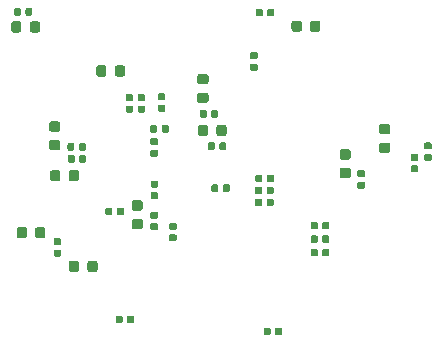
<source format=gbp>
G04 #@! TF.GenerationSoftware,KiCad,Pcbnew,(5.1.2-1)-1*
G04 #@! TF.CreationDate,2019-12-03T13:00:22-07:00*
G04 #@! TF.ProjectId,luna_rev0,6c756e61-5f72-4657-9630-2e6b69636164,rev?*
G04 #@! TF.SameCoordinates,Original*
G04 #@! TF.FileFunction,Paste,Bot*
G04 #@! TF.FilePolarity,Positive*
%FSLAX46Y46*%
G04 Gerber Fmt 4.6, Leading zero omitted, Abs format (unit mm)*
G04 Created by KiCad (PCBNEW (5.1.2-1)-1) date 2019-12-03 13:00:22*
%MOMM*%
%LPD*%
G04 APERTURE LIST*
%ADD10C,0.100000*%
%ADD11C,0.875000*%
%ADD12C,0.590000*%
G04 APERTURE END LIST*
D10*
G36*
X114069691Y-80742053D02*
G01*
X114090926Y-80745203D01*
X114111750Y-80750419D01*
X114131962Y-80757651D01*
X114151368Y-80766830D01*
X114169781Y-80777866D01*
X114187024Y-80790654D01*
X114202930Y-80805070D01*
X114217346Y-80820976D01*
X114230134Y-80838219D01*
X114241170Y-80856632D01*
X114250349Y-80876038D01*
X114257581Y-80896250D01*
X114262797Y-80917074D01*
X114265947Y-80938309D01*
X114267000Y-80959750D01*
X114267000Y-81397250D01*
X114265947Y-81418691D01*
X114262797Y-81439926D01*
X114257581Y-81460750D01*
X114250349Y-81480962D01*
X114241170Y-81500368D01*
X114230134Y-81518781D01*
X114217346Y-81536024D01*
X114202930Y-81551930D01*
X114187024Y-81566346D01*
X114169781Y-81579134D01*
X114151368Y-81590170D01*
X114131962Y-81599349D01*
X114111750Y-81606581D01*
X114090926Y-81611797D01*
X114069691Y-81614947D01*
X114048250Y-81616000D01*
X113535750Y-81616000D01*
X113514309Y-81614947D01*
X113493074Y-81611797D01*
X113472250Y-81606581D01*
X113452038Y-81599349D01*
X113432632Y-81590170D01*
X113414219Y-81579134D01*
X113396976Y-81566346D01*
X113381070Y-81551930D01*
X113366654Y-81536024D01*
X113353866Y-81518781D01*
X113342830Y-81500368D01*
X113333651Y-81480962D01*
X113326419Y-81460750D01*
X113321203Y-81439926D01*
X113318053Y-81418691D01*
X113317000Y-81397250D01*
X113317000Y-80959750D01*
X113318053Y-80938309D01*
X113321203Y-80917074D01*
X113326419Y-80896250D01*
X113333651Y-80876038D01*
X113342830Y-80856632D01*
X113353866Y-80838219D01*
X113366654Y-80820976D01*
X113381070Y-80805070D01*
X113396976Y-80790654D01*
X113414219Y-80777866D01*
X113432632Y-80766830D01*
X113452038Y-80757651D01*
X113472250Y-80750419D01*
X113493074Y-80745203D01*
X113514309Y-80742053D01*
X113535750Y-80741000D01*
X114048250Y-80741000D01*
X114069691Y-80742053D01*
X114069691Y-80742053D01*
G37*
D11*
X113792000Y-81178500D03*
D10*
G36*
X114069691Y-79167053D02*
G01*
X114090926Y-79170203D01*
X114111750Y-79175419D01*
X114131962Y-79182651D01*
X114151368Y-79191830D01*
X114169781Y-79202866D01*
X114187024Y-79215654D01*
X114202930Y-79230070D01*
X114217346Y-79245976D01*
X114230134Y-79263219D01*
X114241170Y-79281632D01*
X114250349Y-79301038D01*
X114257581Y-79321250D01*
X114262797Y-79342074D01*
X114265947Y-79363309D01*
X114267000Y-79384750D01*
X114267000Y-79822250D01*
X114265947Y-79843691D01*
X114262797Y-79864926D01*
X114257581Y-79885750D01*
X114250349Y-79905962D01*
X114241170Y-79925368D01*
X114230134Y-79943781D01*
X114217346Y-79961024D01*
X114202930Y-79976930D01*
X114187024Y-79991346D01*
X114169781Y-80004134D01*
X114151368Y-80015170D01*
X114131962Y-80024349D01*
X114111750Y-80031581D01*
X114090926Y-80036797D01*
X114069691Y-80039947D01*
X114048250Y-80041000D01*
X113535750Y-80041000D01*
X113514309Y-80039947D01*
X113493074Y-80036797D01*
X113472250Y-80031581D01*
X113452038Y-80024349D01*
X113432632Y-80015170D01*
X113414219Y-80004134D01*
X113396976Y-79991346D01*
X113381070Y-79976930D01*
X113366654Y-79961024D01*
X113353866Y-79943781D01*
X113342830Y-79925368D01*
X113333651Y-79905962D01*
X113326419Y-79885750D01*
X113321203Y-79864926D01*
X113318053Y-79843691D01*
X113317000Y-79822250D01*
X113317000Y-79384750D01*
X113318053Y-79363309D01*
X113321203Y-79342074D01*
X113326419Y-79321250D01*
X113333651Y-79301038D01*
X113342830Y-79281632D01*
X113353866Y-79263219D01*
X113366654Y-79245976D01*
X113381070Y-79230070D01*
X113396976Y-79215654D01*
X113414219Y-79202866D01*
X113432632Y-79191830D01*
X113452038Y-79182651D01*
X113472250Y-79175419D01*
X113493074Y-79170203D01*
X113514309Y-79167053D01*
X113535750Y-79166000D01*
X114048250Y-79166000D01*
X114069691Y-79167053D01*
X114069691Y-79167053D01*
G37*
D11*
X113792000Y-79603500D03*
D10*
G36*
X108507091Y-91435453D02*
G01*
X108528326Y-91438603D01*
X108549150Y-91443819D01*
X108569362Y-91451051D01*
X108588768Y-91460230D01*
X108607181Y-91471266D01*
X108624424Y-91484054D01*
X108640330Y-91498470D01*
X108654746Y-91514376D01*
X108667534Y-91531619D01*
X108678570Y-91550032D01*
X108687749Y-91569438D01*
X108694981Y-91589650D01*
X108700197Y-91610474D01*
X108703347Y-91631709D01*
X108704400Y-91653150D01*
X108704400Y-92090650D01*
X108703347Y-92112091D01*
X108700197Y-92133326D01*
X108694981Y-92154150D01*
X108687749Y-92174362D01*
X108678570Y-92193768D01*
X108667534Y-92212181D01*
X108654746Y-92229424D01*
X108640330Y-92245330D01*
X108624424Y-92259746D01*
X108607181Y-92272534D01*
X108588768Y-92283570D01*
X108569362Y-92292749D01*
X108549150Y-92299981D01*
X108528326Y-92305197D01*
X108507091Y-92308347D01*
X108485650Y-92309400D01*
X107973150Y-92309400D01*
X107951709Y-92308347D01*
X107930474Y-92305197D01*
X107909650Y-92299981D01*
X107889438Y-92292749D01*
X107870032Y-92283570D01*
X107851619Y-92272534D01*
X107834376Y-92259746D01*
X107818470Y-92245330D01*
X107804054Y-92229424D01*
X107791266Y-92212181D01*
X107780230Y-92193768D01*
X107771051Y-92174362D01*
X107763819Y-92154150D01*
X107758603Y-92133326D01*
X107755453Y-92112091D01*
X107754400Y-92090650D01*
X107754400Y-91653150D01*
X107755453Y-91631709D01*
X107758603Y-91610474D01*
X107763819Y-91589650D01*
X107771051Y-91569438D01*
X107780230Y-91550032D01*
X107791266Y-91531619D01*
X107804054Y-91514376D01*
X107818470Y-91498470D01*
X107834376Y-91484054D01*
X107851619Y-91471266D01*
X107870032Y-91460230D01*
X107889438Y-91451051D01*
X107909650Y-91443819D01*
X107930474Y-91438603D01*
X107951709Y-91435453D01*
X107973150Y-91434400D01*
X108485650Y-91434400D01*
X108507091Y-91435453D01*
X108507091Y-91435453D01*
G37*
D11*
X108229400Y-91871900D03*
D10*
G36*
X108507091Y-89860453D02*
G01*
X108528326Y-89863603D01*
X108549150Y-89868819D01*
X108569362Y-89876051D01*
X108588768Y-89885230D01*
X108607181Y-89896266D01*
X108624424Y-89909054D01*
X108640330Y-89923470D01*
X108654746Y-89939376D01*
X108667534Y-89956619D01*
X108678570Y-89975032D01*
X108687749Y-89994438D01*
X108694981Y-90014650D01*
X108700197Y-90035474D01*
X108703347Y-90056709D01*
X108704400Y-90078150D01*
X108704400Y-90515650D01*
X108703347Y-90537091D01*
X108700197Y-90558326D01*
X108694981Y-90579150D01*
X108687749Y-90599362D01*
X108678570Y-90618768D01*
X108667534Y-90637181D01*
X108654746Y-90654424D01*
X108640330Y-90670330D01*
X108624424Y-90684746D01*
X108607181Y-90697534D01*
X108588768Y-90708570D01*
X108569362Y-90717749D01*
X108549150Y-90724981D01*
X108528326Y-90730197D01*
X108507091Y-90733347D01*
X108485650Y-90734400D01*
X107973150Y-90734400D01*
X107951709Y-90733347D01*
X107930474Y-90730197D01*
X107909650Y-90724981D01*
X107889438Y-90717749D01*
X107870032Y-90708570D01*
X107851619Y-90697534D01*
X107834376Y-90684746D01*
X107818470Y-90670330D01*
X107804054Y-90654424D01*
X107791266Y-90637181D01*
X107780230Y-90618768D01*
X107771051Y-90599362D01*
X107763819Y-90579150D01*
X107758603Y-90558326D01*
X107755453Y-90537091D01*
X107754400Y-90515650D01*
X107754400Y-90078150D01*
X107755453Y-90056709D01*
X107758603Y-90035474D01*
X107763819Y-90014650D01*
X107771051Y-89994438D01*
X107780230Y-89975032D01*
X107791266Y-89956619D01*
X107804054Y-89939376D01*
X107818470Y-89923470D01*
X107834376Y-89909054D01*
X107851619Y-89896266D01*
X107870032Y-89885230D01*
X107889438Y-89876051D01*
X107909650Y-89868819D01*
X107930474Y-89863603D01*
X107951709Y-89860453D01*
X107973150Y-89859400D01*
X108485650Y-89859400D01*
X108507091Y-89860453D01*
X108507091Y-89860453D01*
G37*
D11*
X108229400Y-90296900D03*
D10*
G36*
X99808191Y-74710053D02*
G01*
X99829426Y-74713203D01*
X99850250Y-74718419D01*
X99870462Y-74725651D01*
X99889868Y-74734830D01*
X99908281Y-74745866D01*
X99925524Y-74758654D01*
X99941430Y-74773070D01*
X99955846Y-74788976D01*
X99968634Y-74806219D01*
X99979670Y-74824632D01*
X99988849Y-74844038D01*
X99996081Y-74864250D01*
X100001297Y-74885074D01*
X100004447Y-74906309D01*
X100005500Y-74927750D01*
X100005500Y-75440250D01*
X100004447Y-75461691D01*
X100001297Y-75482926D01*
X99996081Y-75503750D01*
X99988849Y-75523962D01*
X99979670Y-75543368D01*
X99968634Y-75561781D01*
X99955846Y-75579024D01*
X99941430Y-75594930D01*
X99925524Y-75609346D01*
X99908281Y-75622134D01*
X99889868Y-75633170D01*
X99870462Y-75642349D01*
X99850250Y-75649581D01*
X99829426Y-75654797D01*
X99808191Y-75657947D01*
X99786750Y-75659000D01*
X99349250Y-75659000D01*
X99327809Y-75657947D01*
X99306574Y-75654797D01*
X99285750Y-75649581D01*
X99265538Y-75642349D01*
X99246132Y-75633170D01*
X99227719Y-75622134D01*
X99210476Y-75609346D01*
X99194570Y-75594930D01*
X99180154Y-75579024D01*
X99167366Y-75561781D01*
X99156330Y-75543368D01*
X99147151Y-75523962D01*
X99139919Y-75503750D01*
X99134703Y-75482926D01*
X99131553Y-75461691D01*
X99130500Y-75440250D01*
X99130500Y-74927750D01*
X99131553Y-74906309D01*
X99134703Y-74885074D01*
X99139919Y-74864250D01*
X99147151Y-74844038D01*
X99156330Y-74824632D01*
X99167366Y-74806219D01*
X99180154Y-74788976D01*
X99194570Y-74773070D01*
X99210476Y-74758654D01*
X99227719Y-74745866D01*
X99246132Y-74734830D01*
X99265538Y-74725651D01*
X99285750Y-74718419D01*
X99306574Y-74713203D01*
X99327809Y-74710053D01*
X99349250Y-74709000D01*
X99786750Y-74709000D01*
X99808191Y-74710053D01*
X99808191Y-74710053D01*
G37*
D11*
X99568000Y-75184000D03*
D10*
G36*
X98233191Y-74710053D02*
G01*
X98254426Y-74713203D01*
X98275250Y-74718419D01*
X98295462Y-74725651D01*
X98314868Y-74734830D01*
X98333281Y-74745866D01*
X98350524Y-74758654D01*
X98366430Y-74773070D01*
X98380846Y-74788976D01*
X98393634Y-74806219D01*
X98404670Y-74824632D01*
X98413849Y-74844038D01*
X98421081Y-74864250D01*
X98426297Y-74885074D01*
X98429447Y-74906309D01*
X98430500Y-74927750D01*
X98430500Y-75440250D01*
X98429447Y-75461691D01*
X98426297Y-75482926D01*
X98421081Y-75503750D01*
X98413849Y-75523962D01*
X98404670Y-75543368D01*
X98393634Y-75561781D01*
X98380846Y-75579024D01*
X98366430Y-75594930D01*
X98350524Y-75609346D01*
X98333281Y-75622134D01*
X98314868Y-75633170D01*
X98295462Y-75642349D01*
X98275250Y-75649581D01*
X98254426Y-75654797D01*
X98233191Y-75657947D01*
X98211750Y-75659000D01*
X97774250Y-75659000D01*
X97752809Y-75657947D01*
X97731574Y-75654797D01*
X97710750Y-75649581D01*
X97690538Y-75642349D01*
X97671132Y-75633170D01*
X97652719Y-75622134D01*
X97635476Y-75609346D01*
X97619570Y-75594930D01*
X97605154Y-75579024D01*
X97592366Y-75561781D01*
X97581330Y-75543368D01*
X97572151Y-75523962D01*
X97564919Y-75503750D01*
X97559703Y-75482926D01*
X97556553Y-75461691D01*
X97555500Y-75440250D01*
X97555500Y-74927750D01*
X97556553Y-74906309D01*
X97559703Y-74885074D01*
X97564919Y-74864250D01*
X97572151Y-74844038D01*
X97581330Y-74824632D01*
X97592366Y-74806219D01*
X97605154Y-74788976D01*
X97619570Y-74773070D01*
X97635476Y-74758654D01*
X97652719Y-74745866D01*
X97671132Y-74734830D01*
X97690538Y-74725651D01*
X97710750Y-74718419D01*
X97731574Y-74713203D01*
X97752809Y-74710053D01*
X97774250Y-74709000D01*
X98211750Y-74709000D01*
X98233191Y-74710053D01*
X98233191Y-74710053D01*
G37*
D11*
X97993000Y-75184000D03*
D10*
G36*
X115607191Y-83473053D02*
G01*
X115628426Y-83476203D01*
X115649250Y-83481419D01*
X115669462Y-83488651D01*
X115688868Y-83497830D01*
X115707281Y-83508866D01*
X115724524Y-83521654D01*
X115740430Y-83536070D01*
X115754846Y-83551976D01*
X115767634Y-83569219D01*
X115778670Y-83587632D01*
X115787849Y-83607038D01*
X115795081Y-83627250D01*
X115800297Y-83648074D01*
X115803447Y-83669309D01*
X115804500Y-83690750D01*
X115804500Y-84203250D01*
X115803447Y-84224691D01*
X115800297Y-84245926D01*
X115795081Y-84266750D01*
X115787849Y-84286962D01*
X115778670Y-84306368D01*
X115767634Y-84324781D01*
X115754846Y-84342024D01*
X115740430Y-84357930D01*
X115724524Y-84372346D01*
X115707281Y-84385134D01*
X115688868Y-84396170D01*
X115669462Y-84405349D01*
X115649250Y-84412581D01*
X115628426Y-84417797D01*
X115607191Y-84420947D01*
X115585750Y-84422000D01*
X115148250Y-84422000D01*
X115126809Y-84420947D01*
X115105574Y-84417797D01*
X115084750Y-84412581D01*
X115064538Y-84405349D01*
X115045132Y-84396170D01*
X115026719Y-84385134D01*
X115009476Y-84372346D01*
X114993570Y-84357930D01*
X114979154Y-84342024D01*
X114966366Y-84324781D01*
X114955330Y-84306368D01*
X114946151Y-84286962D01*
X114938919Y-84266750D01*
X114933703Y-84245926D01*
X114930553Y-84224691D01*
X114929500Y-84203250D01*
X114929500Y-83690750D01*
X114930553Y-83669309D01*
X114933703Y-83648074D01*
X114938919Y-83627250D01*
X114946151Y-83607038D01*
X114955330Y-83587632D01*
X114966366Y-83569219D01*
X114979154Y-83551976D01*
X114993570Y-83536070D01*
X115009476Y-83521654D01*
X115026719Y-83508866D01*
X115045132Y-83497830D01*
X115064538Y-83488651D01*
X115084750Y-83481419D01*
X115105574Y-83476203D01*
X115126809Y-83473053D01*
X115148250Y-83472000D01*
X115585750Y-83472000D01*
X115607191Y-83473053D01*
X115607191Y-83473053D01*
G37*
D11*
X115367000Y-83947000D03*
D10*
G36*
X114032191Y-83473053D02*
G01*
X114053426Y-83476203D01*
X114074250Y-83481419D01*
X114094462Y-83488651D01*
X114113868Y-83497830D01*
X114132281Y-83508866D01*
X114149524Y-83521654D01*
X114165430Y-83536070D01*
X114179846Y-83551976D01*
X114192634Y-83569219D01*
X114203670Y-83587632D01*
X114212849Y-83607038D01*
X114220081Y-83627250D01*
X114225297Y-83648074D01*
X114228447Y-83669309D01*
X114229500Y-83690750D01*
X114229500Y-84203250D01*
X114228447Y-84224691D01*
X114225297Y-84245926D01*
X114220081Y-84266750D01*
X114212849Y-84286962D01*
X114203670Y-84306368D01*
X114192634Y-84324781D01*
X114179846Y-84342024D01*
X114165430Y-84357930D01*
X114149524Y-84372346D01*
X114132281Y-84385134D01*
X114113868Y-84396170D01*
X114094462Y-84405349D01*
X114074250Y-84412581D01*
X114053426Y-84417797D01*
X114032191Y-84420947D01*
X114010750Y-84422000D01*
X113573250Y-84422000D01*
X113551809Y-84420947D01*
X113530574Y-84417797D01*
X113509750Y-84412581D01*
X113489538Y-84405349D01*
X113470132Y-84396170D01*
X113451719Y-84385134D01*
X113434476Y-84372346D01*
X113418570Y-84357930D01*
X113404154Y-84342024D01*
X113391366Y-84324781D01*
X113380330Y-84306368D01*
X113371151Y-84286962D01*
X113363919Y-84266750D01*
X113358703Y-84245926D01*
X113355553Y-84224691D01*
X113354500Y-84203250D01*
X113354500Y-83690750D01*
X113355553Y-83669309D01*
X113358703Y-83648074D01*
X113363919Y-83627250D01*
X113371151Y-83607038D01*
X113380330Y-83587632D01*
X113391366Y-83569219D01*
X113404154Y-83551976D01*
X113418570Y-83536070D01*
X113434476Y-83521654D01*
X113451719Y-83508866D01*
X113470132Y-83497830D01*
X113489538Y-83488651D01*
X113509750Y-83481419D01*
X113530574Y-83476203D01*
X113551809Y-83473053D01*
X113573250Y-83472000D01*
X114010750Y-83472000D01*
X114032191Y-83473053D01*
X114032191Y-83473053D01*
G37*
D11*
X113792000Y-83947000D03*
D10*
G36*
X110473758Y-80805510D02*
G01*
X110488076Y-80807634D01*
X110502117Y-80811151D01*
X110515746Y-80816028D01*
X110528831Y-80822217D01*
X110541247Y-80829658D01*
X110552873Y-80838281D01*
X110563598Y-80848002D01*
X110573319Y-80858727D01*
X110581942Y-80870353D01*
X110589383Y-80882769D01*
X110595572Y-80895854D01*
X110600449Y-80909483D01*
X110603966Y-80923524D01*
X110606090Y-80937842D01*
X110606800Y-80952300D01*
X110606800Y-81247300D01*
X110606090Y-81261758D01*
X110603966Y-81276076D01*
X110600449Y-81290117D01*
X110595572Y-81303746D01*
X110589383Y-81316831D01*
X110581942Y-81329247D01*
X110573319Y-81340873D01*
X110563598Y-81351598D01*
X110552873Y-81361319D01*
X110541247Y-81369942D01*
X110528831Y-81377383D01*
X110515746Y-81383572D01*
X110502117Y-81388449D01*
X110488076Y-81391966D01*
X110473758Y-81394090D01*
X110459300Y-81394800D01*
X110114300Y-81394800D01*
X110099842Y-81394090D01*
X110085524Y-81391966D01*
X110071483Y-81388449D01*
X110057854Y-81383572D01*
X110044769Y-81377383D01*
X110032353Y-81369942D01*
X110020727Y-81361319D01*
X110010002Y-81351598D01*
X110000281Y-81340873D01*
X109991658Y-81329247D01*
X109984217Y-81316831D01*
X109978028Y-81303746D01*
X109973151Y-81290117D01*
X109969634Y-81276076D01*
X109967510Y-81261758D01*
X109966800Y-81247300D01*
X109966800Y-80952300D01*
X109967510Y-80937842D01*
X109969634Y-80923524D01*
X109973151Y-80909483D01*
X109978028Y-80895854D01*
X109984217Y-80882769D01*
X109991658Y-80870353D01*
X110000281Y-80858727D01*
X110010002Y-80848002D01*
X110020727Y-80838281D01*
X110032353Y-80829658D01*
X110044769Y-80822217D01*
X110057854Y-80816028D01*
X110071483Y-80811151D01*
X110085524Y-80807634D01*
X110099842Y-80805510D01*
X110114300Y-80804800D01*
X110459300Y-80804800D01*
X110473758Y-80805510D01*
X110473758Y-80805510D01*
G37*
D12*
X110286800Y-81099800D03*
D10*
G36*
X110473758Y-81775510D02*
G01*
X110488076Y-81777634D01*
X110502117Y-81781151D01*
X110515746Y-81786028D01*
X110528831Y-81792217D01*
X110541247Y-81799658D01*
X110552873Y-81808281D01*
X110563598Y-81818002D01*
X110573319Y-81828727D01*
X110581942Y-81840353D01*
X110589383Y-81852769D01*
X110595572Y-81865854D01*
X110600449Y-81879483D01*
X110603966Y-81893524D01*
X110606090Y-81907842D01*
X110606800Y-81922300D01*
X110606800Y-82217300D01*
X110606090Y-82231758D01*
X110603966Y-82246076D01*
X110600449Y-82260117D01*
X110595572Y-82273746D01*
X110589383Y-82286831D01*
X110581942Y-82299247D01*
X110573319Y-82310873D01*
X110563598Y-82321598D01*
X110552873Y-82331319D01*
X110541247Y-82339942D01*
X110528831Y-82347383D01*
X110515746Y-82353572D01*
X110502117Y-82358449D01*
X110488076Y-82361966D01*
X110473758Y-82364090D01*
X110459300Y-82364800D01*
X110114300Y-82364800D01*
X110099842Y-82364090D01*
X110085524Y-82361966D01*
X110071483Y-82358449D01*
X110057854Y-82353572D01*
X110044769Y-82347383D01*
X110032353Y-82339942D01*
X110020727Y-82331319D01*
X110010002Y-82321598D01*
X110000281Y-82310873D01*
X109991658Y-82299247D01*
X109984217Y-82286831D01*
X109978028Y-82273746D01*
X109973151Y-82260117D01*
X109969634Y-82246076D01*
X109967510Y-82231758D01*
X109966800Y-82217300D01*
X109966800Y-81922300D01*
X109967510Y-81907842D01*
X109969634Y-81893524D01*
X109973151Y-81879483D01*
X109978028Y-81865854D01*
X109984217Y-81852769D01*
X109991658Y-81840353D01*
X110000281Y-81828727D01*
X110010002Y-81818002D01*
X110020727Y-81808281D01*
X110032353Y-81799658D01*
X110044769Y-81792217D01*
X110057854Y-81786028D01*
X110071483Y-81781151D01*
X110085524Y-81777634D01*
X110099842Y-81775510D01*
X110114300Y-81774800D01*
X110459300Y-81774800D01*
X110473758Y-81775510D01*
X110473758Y-81775510D01*
G37*
D12*
X110286800Y-82069800D03*
D10*
G36*
X120367458Y-100645710D02*
G01*
X120381776Y-100647834D01*
X120395817Y-100651351D01*
X120409446Y-100656228D01*
X120422531Y-100662417D01*
X120434947Y-100669858D01*
X120446573Y-100678481D01*
X120457298Y-100688202D01*
X120467019Y-100698927D01*
X120475642Y-100710553D01*
X120483083Y-100722969D01*
X120489272Y-100736054D01*
X120494149Y-100749683D01*
X120497666Y-100763724D01*
X120499790Y-100778042D01*
X120500500Y-100792500D01*
X120500500Y-101137500D01*
X120499790Y-101151958D01*
X120497666Y-101166276D01*
X120494149Y-101180317D01*
X120489272Y-101193946D01*
X120483083Y-101207031D01*
X120475642Y-101219447D01*
X120467019Y-101231073D01*
X120457298Y-101241798D01*
X120446573Y-101251519D01*
X120434947Y-101260142D01*
X120422531Y-101267583D01*
X120409446Y-101273772D01*
X120395817Y-101278649D01*
X120381776Y-101282166D01*
X120367458Y-101284290D01*
X120353000Y-101285000D01*
X120058000Y-101285000D01*
X120043542Y-101284290D01*
X120029224Y-101282166D01*
X120015183Y-101278649D01*
X120001554Y-101273772D01*
X119988469Y-101267583D01*
X119976053Y-101260142D01*
X119964427Y-101251519D01*
X119953702Y-101241798D01*
X119943981Y-101231073D01*
X119935358Y-101219447D01*
X119927917Y-101207031D01*
X119921728Y-101193946D01*
X119916851Y-101180317D01*
X119913334Y-101166276D01*
X119911210Y-101151958D01*
X119910500Y-101137500D01*
X119910500Y-100792500D01*
X119911210Y-100778042D01*
X119913334Y-100763724D01*
X119916851Y-100749683D01*
X119921728Y-100736054D01*
X119927917Y-100722969D01*
X119935358Y-100710553D01*
X119943981Y-100698927D01*
X119953702Y-100688202D01*
X119964427Y-100678481D01*
X119976053Y-100669858D01*
X119988469Y-100662417D01*
X120001554Y-100656228D01*
X120015183Y-100651351D01*
X120029224Y-100647834D01*
X120043542Y-100645710D01*
X120058000Y-100645000D01*
X120353000Y-100645000D01*
X120367458Y-100645710D01*
X120367458Y-100645710D01*
G37*
D12*
X120205500Y-100965000D03*
D10*
G36*
X119397458Y-100645710D02*
G01*
X119411776Y-100647834D01*
X119425817Y-100651351D01*
X119439446Y-100656228D01*
X119452531Y-100662417D01*
X119464947Y-100669858D01*
X119476573Y-100678481D01*
X119487298Y-100688202D01*
X119497019Y-100698927D01*
X119505642Y-100710553D01*
X119513083Y-100722969D01*
X119519272Y-100736054D01*
X119524149Y-100749683D01*
X119527666Y-100763724D01*
X119529790Y-100778042D01*
X119530500Y-100792500D01*
X119530500Y-101137500D01*
X119529790Y-101151958D01*
X119527666Y-101166276D01*
X119524149Y-101180317D01*
X119519272Y-101193946D01*
X119513083Y-101207031D01*
X119505642Y-101219447D01*
X119497019Y-101231073D01*
X119487298Y-101241798D01*
X119476573Y-101251519D01*
X119464947Y-101260142D01*
X119452531Y-101267583D01*
X119439446Y-101273772D01*
X119425817Y-101278649D01*
X119411776Y-101282166D01*
X119397458Y-101284290D01*
X119383000Y-101285000D01*
X119088000Y-101285000D01*
X119073542Y-101284290D01*
X119059224Y-101282166D01*
X119045183Y-101278649D01*
X119031554Y-101273772D01*
X119018469Y-101267583D01*
X119006053Y-101260142D01*
X118994427Y-101251519D01*
X118983702Y-101241798D01*
X118973981Y-101231073D01*
X118965358Y-101219447D01*
X118957917Y-101207031D01*
X118951728Y-101193946D01*
X118946851Y-101180317D01*
X118943334Y-101166276D01*
X118941210Y-101151958D01*
X118940500Y-101137500D01*
X118940500Y-100792500D01*
X118941210Y-100778042D01*
X118943334Y-100763724D01*
X118946851Y-100749683D01*
X118951728Y-100736054D01*
X118957917Y-100722969D01*
X118965358Y-100710553D01*
X118973981Y-100698927D01*
X118983702Y-100688202D01*
X118994427Y-100678481D01*
X119006053Y-100669858D01*
X119018469Y-100662417D01*
X119031554Y-100656228D01*
X119045183Y-100651351D01*
X119059224Y-100647834D01*
X119073542Y-100645710D01*
X119088000Y-100645000D01*
X119383000Y-100645000D01*
X119397458Y-100645710D01*
X119397458Y-100645710D01*
G37*
D12*
X119235500Y-100965000D03*
D10*
G36*
X115939958Y-88517210D02*
G01*
X115954276Y-88519334D01*
X115968317Y-88522851D01*
X115981946Y-88527728D01*
X115995031Y-88533917D01*
X116007447Y-88541358D01*
X116019073Y-88549981D01*
X116029798Y-88559702D01*
X116039519Y-88570427D01*
X116048142Y-88582053D01*
X116055583Y-88594469D01*
X116061772Y-88607554D01*
X116066649Y-88621183D01*
X116070166Y-88635224D01*
X116072290Y-88649542D01*
X116073000Y-88664000D01*
X116073000Y-89009000D01*
X116072290Y-89023458D01*
X116070166Y-89037776D01*
X116066649Y-89051817D01*
X116061772Y-89065446D01*
X116055583Y-89078531D01*
X116048142Y-89090947D01*
X116039519Y-89102573D01*
X116029798Y-89113298D01*
X116019073Y-89123019D01*
X116007447Y-89131642D01*
X115995031Y-89139083D01*
X115981946Y-89145272D01*
X115968317Y-89150149D01*
X115954276Y-89153666D01*
X115939958Y-89155790D01*
X115925500Y-89156500D01*
X115630500Y-89156500D01*
X115616042Y-89155790D01*
X115601724Y-89153666D01*
X115587683Y-89150149D01*
X115574054Y-89145272D01*
X115560969Y-89139083D01*
X115548553Y-89131642D01*
X115536927Y-89123019D01*
X115526202Y-89113298D01*
X115516481Y-89102573D01*
X115507858Y-89090947D01*
X115500417Y-89078531D01*
X115494228Y-89065446D01*
X115489351Y-89051817D01*
X115485834Y-89037776D01*
X115483710Y-89023458D01*
X115483000Y-89009000D01*
X115483000Y-88664000D01*
X115483710Y-88649542D01*
X115485834Y-88635224D01*
X115489351Y-88621183D01*
X115494228Y-88607554D01*
X115500417Y-88594469D01*
X115507858Y-88582053D01*
X115516481Y-88570427D01*
X115526202Y-88559702D01*
X115536927Y-88549981D01*
X115548553Y-88541358D01*
X115560969Y-88533917D01*
X115574054Y-88527728D01*
X115587683Y-88522851D01*
X115601724Y-88519334D01*
X115616042Y-88517210D01*
X115630500Y-88516500D01*
X115925500Y-88516500D01*
X115939958Y-88517210D01*
X115939958Y-88517210D01*
G37*
D12*
X115778000Y-88836500D03*
D10*
G36*
X114969958Y-88517210D02*
G01*
X114984276Y-88519334D01*
X114998317Y-88522851D01*
X115011946Y-88527728D01*
X115025031Y-88533917D01*
X115037447Y-88541358D01*
X115049073Y-88549981D01*
X115059798Y-88559702D01*
X115069519Y-88570427D01*
X115078142Y-88582053D01*
X115085583Y-88594469D01*
X115091772Y-88607554D01*
X115096649Y-88621183D01*
X115100166Y-88635224D01*
X115102290Y-88649542D01*
X115103000Y-88664000D01*
X115103000Y-89009000D01*
X115102290Y-89023458D01*
X115100166Y-89037776D01*
X115096649Y-89051817D01*
X115091772Y-89065446D01*
X115085583Y-89078531D01*
X115078142Y-89090947D01*
X115069519Y-89102573D01*
X115059798Y-89113298D01*
X115049073Y-89123019D01*
X115037447Y-89131642D01*
X115025031Y-89139083D01*
X115011946Y-89145272D01*
X114998317Y-89150149D01*
X114984276Y-89153666D01*
X114969958Y-89155790D01*
X114955500Y-89156500D01*
X114660500Y-89156500D01*
X114646042Y-89155790D01*
X114631724Y-89153666D01*
X114617683Y-89150149D01*
X114604054Y-89145272D01*
X114590969Y-89139083D01*
X114578553Y-89131642D01*
X114566927Y-89123019D01*
X114556202Y-89113298D01*
X114546481Y-89102573D01*
X114537858Y-89090947D01*
X114530417Y-89078531D01*
X114524228Y-89065446D01*
X114519351Y-89051817D01*
X114515834Y-89037776D01*
X114513710Y-89023458D01*
X114513000Y-89009000D01*
X114513000Y-88664000D01*
X114513710Y-88649542D01*
X114515834Y-88635224D01*
X114519351Y-88621183D01*
X114524228Y-88607554D01*
X114530417Y-88594469D01*
X114537858Y-88582053D01*
X114546481Y-88570427D01*
X114556202Y-88559702D01*
X114566927Y-88549981D01*
X114578553Y-88541358D01*
X114590969Y-88533917D01*
X114604054Y-88527728D01*
X114617683Y-88522851D01*
X114631724Y-88519334D01*
X114646042Y-88517210D01*
X114660500Y-88516500D01*
X114955500Y-88516500D01*
X114969958Y-88517210D01*
X114969958Y-88517210D01*
G37*
D12*
X114808000Y-88836500D03*
D10*
G36*
X98251958Y-73594710D02*
G01*
X98266276Y-73596834D01*
X98280317Y-73600351D01*
X98293946Y-73605228D01*
X98307031Y-73611417D01*
X98319447Y-73618858D01*
X98331073Y-73627481D01*
X98341798Y-73637202D01*
X98351519Y-73647927D01*
X98360142Y-73659553D01*
X98367583Y-73671969D01*
X98373772Y-73685054D01*
X98378649Y-73698683D01*
X98382166Y-73712724D01*
X98384290Y-73727042D01*
X98385000Y-73741500D01*
X98385000Y-74086500D01*
X98384290Y-74100958D01*
X98382166Y-74115276D01*
X98378649Y-74129317D01*
X98373772Y-74142946D01*
X98367583Y-74156031D01*
X98360142Y-74168447D01*
X98351519Y-74180073D01*
X98341798Y-74190798D01*
X98331073Y-74200519D01*
X98319447Y-74209142D01*
X98307031Y-74216583D01*
X98293946Y-74222772D01*
X98280317Y-74227649D01*
X98266276Y-74231166D01*
X98251958Y-74233290D01*
X98237500Y-74234000D01*
X97942500Y-74234000D01*
X97928042Y-74233290D01*
X97913724Y-74231166D01*
X97899683Y-74227649D01*
X97886054Y-74222772D01*
X97872969Y-74216583D01*
X97860553Y-74209142D01*
X97848927Y-74200519D01*
X97838202Y-74190798D01*
X97828481Y-74180073D01*
X97819858Y-74168447D01*
X97812417Y-74156031D01*
X97806228Y-74142946D01*
X97801351Y-74129317D01*
X97797834Y-74115276D01*
X97795710Y-74100958D01*
X97795000Y-74086500D01*
X97795000Y-73741500D01*
X97795710Y-73727042D01*
X97797834Y-73712724D01*
X97801351Y-73698683D01*
X97806228Y-73685054D01*
X97812417Y-73671969D01*
X97819858Y-73659553D01*
X97828481Y-73647927D01*
X97838202Y-73637202D01*
X97848927Y-73627481D01*
X97860553Y-73618858D01*
X97872969Y-73611417D01*
X97886054Y-73605228D01*
X97899683Y-73600351D01*
X97913724Y-73596834D01*
X97928042Y-73594710D01*
X97942500Y-73594000D01*
X98237500Y-73594000D01*
X98251958Y-73594710D01*
X98251958Y-73594710D01*
G37*
D12*
X98090000Y-73914000D03*
D10*
G36*
X99221958Y-73594710D02*
G01*
X99236276Y-73596834D01*
X99250317Y-73600351D01*
X99263946Y-73605228D01*
X99277031Y-73611417D01*
X99289447Y-73618858D01*
X99301073Y-73627481D01*
X99311798Y-73637202D01*
X99321519Y-73647927D01*
X99330142Y-73659553D01*
X99337583Y-73671969D01*
X99343772Y-73685054D01*
X99348649Y-73698683D01*
X99352166Y-73712724D01*
X99354290Y-73727042D01*
X99355000Y-73741500D01*
X99355000Y-74086500D01*
X99354290Y-74100958D01*
X99352166Y-74115276D01*
X99348649Y-74129317D01*
X99343772Y-74142946D01*
X99337583Y-74156031D01*
X99330142Y-74168447D01*
X99321519Y-74180073D01*
X99311798Y-74190798D01*
X99301073Y-74200519D01*
X99289447Y-74209142D01*
X99277031Y-74216583D01*
X99263946Y-74222772D01*
X99250317Y-74227649D01*
X99236276Y-74231166D01*
X99221958Y-74233290D01*
X99207500Y-74234000D01*
X98912500Y-74234000D01*
X98898042Y-74233290D01*
X98883724Y-74231166D01*
X98869683Y-74227649D01*
X98856054Y-74222772D01*
X98842969Y-74216583D01*
X98830553Y-74209142D01*
X98818927Y-74200519D01*
X98808202Y-74190798D01*
X98798481Y-74180073D01*
X98789858Y-74168447D01*
X98782417Y-74156031D01*
X98776228Y-74142946D01*
X98771351Y-74129317D01*
X98767834Y-74115276D01*
X98765710Y-74100958D01*
X98765000Y-74086500D01*
X98765000Y-73741500D01*
X98765710Y-73727042D01*
X98767834Y-73712724D01*
X98771351Y-73698683D01*
X98776228Y-73685054D01*
X98782417Y-73671969D01*
X98789858Y-73659553D01*
X98798481Y-73647927D01*
X98808202Y-73637202D01*
X98818927Y-73627481D01*
X98830553Y-73618858D01*
X98842969Y-73611417D01*
X98856054Y-73605228D01*
X98869683Y-73600351D01*
X98883724Y-73596834D01*
X98898042Y-73594710D01*
X98912500Y-73594000D01*
X99207500Y-73594000D01*
X99221958Y-73594710D01*
X99221958Y-73594710D01*
G37*
D12*
X99060000Y-73914000D03*
D10*
G36*
X114675458Y-84961210D02*
G01*
X114689776Y-84963334D01*
X114703817Y-84966851D01*
X114717446Y-84971728D01*
X114730531Y-84977917D01*
X114742947Y-84985358D01*
X114754573Y-84993981D01*
X114765298Y-85003702D01*
X114775019Y-85014427D01*
X114783642Y-85026053D01*
X114791083Y-85038469D01*
X114797272Y-85051554D01*
X114802149Y-85065183D01*
X114805666Y-85079224D01*
X114807790Y-85093542D01*
X114808500Y-85108000D01*
X114808500Y-85453000D01*
X114807790Y-85467458D01*
X114805666Y-85481776D01*
X114802149Y-85495817D01*
X114797272Y-85509446D01*
X114791083Y-85522531D01*
X114783642Y-85534947D01*
X114775019Y-85546573D01*
X114765298Y-85557298D01*
X114754573Y-85567019D01*
X114742947Y-85575642D01*
X114730531Y-85583083D01*
X114717446Y-85589272D01*
X114703817Y-85594149D01*
X114689776Y-85597666D01*
X114675458Y-85599790D01*
X114661000Y-85600500D01*
X114366000Y-85600500D01*
X114351542Y-85599790D01*
X114337224Y-85597666D01*
X114323183Y-85594149D01*
X114309554Y-85589272D01*
X114296469Y-85583083D01*
X114284053Y-85575642D01*
X114272427Y-85567019D01*
X114261702Y-85557298D01*
X114251981Y-85546573D01*
X114243358Y-85534947D01*
X114235917Y-85522531D01*
X114229728Y-85509446D01*
X114224851Y-85495817D01*
X114221334Y-85481776D01*
X114219210Y-85467458D01*
X114218500Y-85453000D01*
X114218500Y-85108000D01*
X114219210Y-85093542D01*
X114221334Y-85079224D01*
X114224851Y-85065183D01*
X114229728Y-85051554D01*
X114235917Y-85038469D01*
X114243358Y-85026053D01*
X114251981Y-85014427D01*
X114261702Y-85003702D01*
X114272427Y-84993981D01*
X114284053Y-84985358D01*
X114296469Y-84977917D01*
X114309554Y-84971728D01*
X114323183Y-84966851D01*
X114337224Y-84963334D01*
X114351542Y-84961210D01*
X114366000Y-84960500D01*
X114661000Y-84960500D01*
X114675458Y-84961210D01*
X114675458Y-84961210D01*
G37*
D12*
X114513500Y-85280500D03*
D10*
G36*
X115645458Y-84961210D02*
G01*
X115659776Y-84963334D01*
X115673817Y-84966851D01*
X115687446Y-84971728D01*
X115700531Y-84977917D01*
X115712947Y-84985358D01*
X115724573Y-84993981D01*
X115735298Y-85003702D01*
X115745019Y-85014427D01*
X115753642Y-85026053D01*
X115761083Y-85038469D01*
X115767272Y-85051554D01*
X115772149Y-85065183D01*
X115775666Y-85079224D01*
X115777790Y-85093542D01*
X115778500Y-85108000D01*
X115778500Y-85453000D01*
X115777790Y-85467458D01*
X115775666Y-85481776D01*
X115772149Y-85495817D01*
X115767272Y-85509446D01*
X115761083Y-85522531D01*
X115753642Y-85534947D01*
X115745019Y-85546573D01*
X115735298Y-85557298D01*
X115724573Y-85567019D01*
X115712947Y-85575642D01*
X115700531Y-85583083D01*
X115687446Y-85589272D01*
X115673817Y-85594149D01*
X115659776Y-85597666D01*
X115645458Y-85599790D01*
X115631000Y-85600500D01*
X115336000Y-85600500D01*
X115321542Y-85599790D01*
X115307224Y-85597666D01*
X115293183Y-85594149D01*
X115279554Y-85589272D01*
X115266469Y-85583083D01*
X115254053Y-85575642D01*
X115242427Y-85567019D01*
X115231702Y-85557298D01*
X115221981Y-85546573D01*
X115213358Y-85534947D01*
X115205917Y-85522531D01*
X115199728Y-85509446D01*
X115194851Y-85495817D01*
X115191334Y-85481776D01*
X115189210Y-85467458D01*
X115188500Y-85453000D01*
X115188500Y-85108000D01*
X115189210Y-85093542D01*
X115191334Y-85079224D01*
X115194851Y-85065183D01*
X115199728Y-85051554D01*
X115205917Y-85038469D01*
X115213358Y-85026053D01*
X115221981Y-85014427D01*
X115231702Y-85003702D01*
X115242427Y-84993981D01*
X115254053Y-84985358D01*
X115266469Y-84977917D01*
X115279554Y-84971728D01*
X115293183Y-84966851D01*
X115307224Y-84963334D01*
X115321542Y-84961210D01*
X115336000Y-84960500D01*
X115631000Y-84960500D01*
X115645458Y-84961210D01*
X115645458Y-84961210D01*
G37*
D12*
X115483500Y-85280500D03*
D10*
G36*
X113976958Y-82230710D02*
G01*
X113991276Y-82232834D01*
X114005317Y-82236351D01*
X114018946Y-82241228D01*
X114032031Y-82247417D01*
X114044447Y-82254858D01*
X114056073Y-82263481D01*
X114066798Y-82273202D01*
X114076519Y-82283927D01*
X114085142Y-82295553D01*
X114092583Y-82307969D01*
X114098772Y-82321054D01*
X114103649Y-82334683D01*
X114107166Y-82348724D01*
X114109290Y-82363042D01*
X114110000Y-82377500D01*
X114110000Y-82722500D01*
X114109290Y-82736958D01*
X114107166Y-82751276D01*
X114103649Y-82765317D01*
X114098772Y-82778946D01*
X114092583Y-82792031D01*
X114085142Y-82804447D01*
X114076519Y-82816073D01*
X114066798Y-82826798D01*
X114056073Y-82836519D01*
X114044447Y-82845142D01*
X114032031Y-82852583D01*
X114018946Y-82858772D01*
X114005317Y-82863649D01*
X113991276Y-82867166D01*
X113976958Y-82869290D01*
X113962500Y-82870000D01*
X113667500Y-82870000D01*
X113653042Y-82869290D01*
X113638724Y-82867166D01*
X113624683Y-82863649D01*
X113611054Y-82858772D01*
X113597969Y-82852583D01*
X113585553Y-82845142D01*
X113573927Y-82836519D01*
X113563202Y-82826798D01*
X113553481Y-82816073D01*
X113544858Y-82804447D01*
X113537417Y-82792031D01*
X113531228Y-82778946D01*
X113526351Y-82765317D01*
X113522834Y-82751276D01*
X113520710Y-82736958D01*
X113520000Y-82722500D01*
X113520000Y-82377500D01*
X113520710Y-82363042D01*
X113522834Y-82348724D01*
X113526351Y-82334683D01*
X113531228Y-82321054D01*
X113537417Y-82307969D01*
X113544858Y-82295553D01*
X113553481Y-82283927D01*
X113563202Y-82273202D01*
X113573927Y-82263481D01*
X113585553Y-82254858D01*
X113597969Y-82247417D01*
X113611054Y-82241228D01*
X113624683Y-82236351D01*
X113638724Y-82232834D01*
X113653042Y-82230710D01*
X113667500Y-82230000D01*
X113962500Y-82230000D01*
X113976958Y-82230710D01*
X113976958Y-82230710D01*
G37*
D12*
X113815000Y-82550000D03*
D10*
G36*
X114946958Y-82230710D02*
G01*
X114961276Y-82232834D01*
X114975317Y-82236351D01*
X114988946Y-82241228D01*
X115002031Y-82247417D01*
X115014447Y-82254858D01*
X115026073Y-82263481D01*
X115036798Y-82273202D01*
X115046519Y-82283927D01*
X115055142Y-82295553D01*
X115062583Y-82307969D01*
X115068772Y-82321054D01*
X115073649Y-82334683D01*
X115077166Y-82348724D01*
X115079290Y-82363042D01*
X115080000Y-82377500D01*
X115080000Y-82722500D01*
X115079290Y-82736958D01*
X115077166Y-82751276D01*
X115073649Y-82765317D01*
X115068772Y-82778946D01*
X115062583Y-82792031D01*
X115055142Y-82804447D01*
X115046519Y-82816073D01*
X115036798Y-82826798D01*
X115026073Y-82836519D01*
X115014447Y-82845142D01*
X115002031Y-82852583D01*
X114988946Y-82858772D01*
X114975317Y-82863649D01*
X114961276Y-82867166D01*
X114946958Y-82869290D01*
X114932500Y-82870000D01*
X114637500Y-82870000D01*
X114623042Y-82869290D01*
X114608724Y-82867166D01*
X114594683Y-82863649D01*
X114581054Y-82858772D01*
X114567969Y-82852583D01*
X114555553Y-82845142D01*
X114543927Y-82836519D01*
X114533202Y-82826798D01*
X114523481Y-82816073D01*
X114514858Y-82804447D01*
X114507417Y-82792031D01*
X114501228Y-82778946D01*
X114496351Y-82765317D01*
X114492834Y-82751276D01*
X114490710Y-82736958D01*
X114490000Y-82722500D01*
X114490000Y-82377500D01*
X114490710Y-82363042D01*
X114492834Y-82348724D01*
X114496351Y-82334683D01*
X114501228Y-82321054D01*
X114507417Y-82307969D01*
X114514858Y-82295553D01*
X114523481Y-82283927D01*
X114533202Y-82273202D01*
X114543927Y-82263481D01*
X114555553Y-82254858D01*
X114567969Y-82247417D01*
X114581054Y-82241228D01*
X114594683Y-82236351D01*
X114608724Y-82232834D01*
X114623042Y-82230710D01*
X114637500Y-82230000D01*
X114932500Y-82230000D01*
X114946958Y-82230710D01*
X114946958Y-82230710D01*
G37*
D12*
X114785000Y-82550000D03*
D10*
G36*
X109851458Y-84605210D02*
G01*
X109865776Y-84607334D01*
X109879817Y-84610851D01*
X109893446Y-84615728D01*
X109906531Y-84621917D01*
X109918947Y-84629358D01*
X109930573Y-84637981D01*
X109941298Y-84647702D01*
X109951019Y-84658427D01*
X109959642Y-84670053D01*
X109967083Y-84682469D01*
X109973272Y-84695554D01*
X109978149Y-84709183D01*
X109981666Y-84723224D01*
X109983790Y-84737542D01*
X109984500Y-84752000D01*
X109984500Y-85047000D01*
X109983790Y-85061458D01*
X109981666Y-85075776D01*
X109978149Y-85089817D01*
X109973272Y-85103446D01*
X109967083Y-85116531D01*
X109959642Y-85128947D01*
X109951019Y-85140573D01*
X109941298Y-85151298D01*
X109930573Y-85161019D01*
X109918947Y-85169642D01*
X109906531Y-85177083D01*
X109893446Y-85183272D01*
X109879817Y-85188149D01*
X109865776Y-85191666D01*
X109851458Y-85193790D01*
X109837000Y-85194500D01*
X109492000Y-85194500D01*
X109477542Y-85193790D01*
X109463224Y-85191666D01*
X109449183Y-85188149D01*
X109435554Y-85183272D01*
X109422469Y-85177083D01*
X109410053Y-85169642D01*
X109398427Y-85161019D01*
X109387702Y-85151298D01*
X109377981Y-85140573D01*
X109369358Y-85128947D01*
X109361917Y-85116531D01*
X109355728Y-85103446D01*
X109350851Y-85089817D01*
X109347334Y-85075776D01*
X109345210Y-85061458D01*
X109344500Y-85047000D01*
X109344500Y-84752000D01*
X109345210Y-84737542D01*
X109347334Y-84723224D01*
X109350851Y-84709183D01*
X109355728Y-84695554D01*
X109361917Y-84682469D01*
X109369358Y-84670053D01*
X109377981Y-84658427D01*
X109387702Y-84647702D01*
X109398427Y-84637981D01*
X109410053Y-84629358D01*
X109422469Y-84621917D01*
X109435554Y-84615728D01*
X109449183Y-84610851D01*
X109463224Y-84607334D01*
X109477542Y-84605210D01*
X109492000Y-84604500D01*
X109837000Y-84604500D01*
X109851458Y-84605210D01*
X109851458Y-84605210D01*
G37*
D12*
X109664500Y-84899500D03*
D10*
G36*
X109851458Y-85575210D02*
G01*
X109865776Y-85577334D01*
X109879817Y-85580851D01*
X109893446Y-85585728D01*
X109906531Y-85591917D01*
X109918947Y-85599358D01*
X109930573Y-85607981D01*
X109941298Y-85617702D01*
X109951019Y-85628427D01*
X109959642Y-85640053D01*
X109967083Y-85652469D01*
X109973272Y-85665554D01*
X109978149Y-85679183D01*
X109981666Y-85693224D01*
X109983790Y-85707542D01*
X109984500Y-85722000D01*
X109984500Y-86017000D01*
X109983790Y-86031458D01*
X109981666Y-86045776D01*
X109978149Y-86059817D01*
X109973272Y-86073446D01*
X109967083Y-86086531D01*
X109959642Y-86098947D01*
X109951019Y-86110573D01*
X109941298Y-86121298D01*
X109930573Y-86131019D01*
X109918947Y-86139642D01*
X109906531Y-86147083D01*
X109893446Y-86153272D01*
X109879817Y-86158149D01*
X109865776Y-86161666D01*
X109851458Y-86163790D01*
X109837000Y-86164500D01*
X109492000Y-86164500D01*
X109477542Y-86163790D01*
X109463224Y-86161666D01*
X109449183Y-86158149D01*
X109435554Y-86153272D01*
X109422469Y-86147083D01*
X109410053Y-86139642D01*
X109398427Y-86131019D01*
X109387702Y-86121298D01*
X109377981Y-86110573D01*
X109369358Y-86098947D01*
X109361917Y-86086531D01*
X109355728Y-86073446D01*
X109350851Y-86059817D01*
X109347334Y-86045776D01*
X109345210Y-86031458D01*
X109344500Y-86017000D01*
X109344500Y-85722000D01*
X109345210Y-85707542D01*
X109347334Y-85693224D01*
X109350851Y-85679183D01*
X109355728Y-85665554D01*
X109361917Y-85652469D01*
X109369358Y-85640053D01*
X109377981Y-85628427D01*
X109387702Y-85617702D01*
X109398427Y-85607981D01*
X109410053Y-85599358D01*
X109422469Y-85591917D01*
X109435554Y-85585728D01*
X109449183Y-85580851D01*
X109463224Y-85577334D01*
X109477542Y-85575210D01*
X109492000Y-85574500D01*
X109837000Y-85574500D01*
X109851458Y-85575210D01*
X109851458Y-85575210D01*
G37*
D12*
X109664500Y-85869500D03*
D10*
G36*
X109864158Y-88194510D02*
G01*
X109878476Y-88196634D01*
X109892517Y-88200151D01*
X109906146Y-88205028D01*
X109919231Y-88211217D01*
X109931647Y-88218658D01*
X109943273Y-88227281D01*
X109953998Y-88237002D01*
X109963719Y-88247727D01*
X109972342Y-88259353D01*
X109979783Y-88271769D01*
X109985972Y-88284854D01*
X109990849Y-88298483D01*
X109994366Y-88312524D01*
X109996490Y-88326842D01*
X109997200Y-88341300D01*
X109997200Y-88636300D01*
X109996490Y-88650758D01*
X109994366Y-88665076D01*
X109990849Y-88679117D01*
X109985972Y-88692746D01*
X109979783Y-88705831D01*
X109972342Y-88718247D01*
X109963719Y-88729873D01*
X109953998Y-88740598D01*
X109943273Y-88750319D01*
X109931647Y-88758942D01*
X109919231Y-88766383D01*
X109906146Y-88772572D01*
X109892517Y-88777449D01*
X109878476Y-88780966D01*
X109864158Y-88783090D01*
X109849700Y-88783800D01*
X109504700Y-88783800D01*
X109490242Y-88783090D01*
X109475924Y-88780966D01*
X109461883Y-88777449D01*
X109448254Y-88772572D01*
X109435169Y-88766383D01*
X109422753Y-88758942D01*
X109411127Y-88750319D01*
X109400402Y-88740598D01*
X109390681Y-88729873D01*
X109382058Y-88718247D01*
X109374617Y-88705831D01*
X109368428Y-88692746D01*
X109363551Y-88679117D01*
X109360034Y-88665076D01*
X109357910Y-88650758D01*
X109357200Y-88636300D01*
X109357200Y-88341300D01*
X109357910Y-88326842D01*
X109360034Y-88312524D01*
X109363551Y-88298483D01*
X109368428Y-88284854D01*
X109374617Y-88271769D01*
X109382058Y-88259353D01*
X109390681Y-88247727D01*
X109400402Y-88237002D01*
X109411127Y-88227281D01*
X109422753Y-88218658D01*
X109435169Y-88211217D01*
X109448254Y-88205028D01*
X109461883Y-88200151D01*
X109475924Y-88196634D01*
X109490242Y-88194510D01*
X109504700Y-88193800D01*
X109849700Y-88193800D01*
X109864158Y-88194510D01*
X109864158Y-88194510D01*
G37*
D12*
X109677200Y-88488800D03*
D10*
G36*
X109864158Y-89164510D02*
G01*
X109878476Y-89166634D01*
X109892517Y-89170151D01*
X109906146Y-89175028D01*
X109919231Y-89181217D01*
X109931647Y-89188658D01*
X109943273Y-89197281D01*
X109953998Y-89207002D01*
X109963719Y-89217727D01*
X109972342Y-89229353D01*
X109979783Y-89241769D01*
X109985972Y-89254854D01*
X109990849Y-89268483D01*
X109994366Y-89282524D01*
X109996490Y-89296842D01*
X109997200Y-89311300D01*
X109997200Y-89606300D01*
X109996490Y-89620758D01*
X109994366Y-89635076D01*
X109990849Y-89649117D01*
X109985972Y-89662746D01*
X109979783Y-89675831D01*
X109972342Y-89688247D01*
X109963719Y-89699873D01*
X109953998Y-89710598D01*
X109943273Y-89720319D01*
X109931647Y-89728942D01*
X109919231Y-89736383D01*
X109906146Y-89742572D01*
X109892517Y-89747449D01*
X109878476Y-89750966D01*
X109864158Y-89753090D01*
X109849700Y-89753800D01*
X109504700Y-89753800D01*
X109490242Y-89753090D01*
X109475924Y-89750966D01*
X109461883Y-89747449D01*
X109448254Y-89742572D01*
X109435169Y-89736383D01*
X109422753Y-89728942D01*
X109411127Y-89720319D01*
X109400402Y-89710598D01*
X109390681Y-89699873D01*
X109382058Y-89688247D01*
X109374617Y-89675831D01*
X109368428Y-89662746D01*
X109363551Y-89649117D01*
X109360034Y-89635076D01*
X109357910Y-89620758D01*
X109357200Y-89606300D01*
X109357200Y-89311300D01*
X109357910Y-89296842D01*
X109360034Y-89282524D01*
X109363551Y-89268483D01*
X109368428Y-89254854D01*
X109374617Y-89241769D01*
X109382058Y-89229353D01*
X109390681Y-89217727D01*
X109400402Y-89207002D01*
X109411127Y-89197281D01*
X109422753Y-89188658D01*
X109435169Y-89181217D01*
X109448254Y-89175028D01*
X109461883Y-89170151D01*
X109475924Y-89166634D01*
X109490242Y-89164510D01*
X109504700Y-89163800D01*
X109849700Y-89163800D01*
X109864158Y-89164510D01*
X109864158Y-89164510D01*
G37*
D12*
X109677200Y-89458800D03*
D10*
G36*
X109851458Y-90828210D02*
G01*
X109865776Y-90830334D01*
X109879817Y-90833851D01*
X109893446Y-90838728D01*
X109906531Y-90844917D01*
X109918947Y-90852358D01*
X109930573Y-90860981D01*
X109941298Y-90870702D01*
X109951019Y-90881427D01*
X109959642Y-90893053D01*
X109967083Y-90905469D01*
X109973272Y-90918554D01*
X109978149Y-90932183D01*
X109981666Y-90946224D01*
X109983790Y-90960542D01*
X109984500Y-90975000D01*
X109984500Y-91270000D01*
X109983790Y-91284458D01*
X109981666Y-91298776D01*
X109978149Y-91312817D01*
X109973272Y-91326446D01*
X109967083Y-91339531D01*
X109959642Y-91351947D01*
X109951019Y-91363573D01*
X109941298Y-91374298D01*
X109930573Y-91384019D01*
X109918947Y-91392642D01*
X109906531Y-91400083D01*
X109893446Y-91406272D01*
X109879817Y-91411149D01*
X109865776Y-91414666D01*
X109851458Y-91416790D01*
X109837000Y-91417500D01*
X109492000Y-91417500D01*
X109477542Y-91416790D01*
X109463224Y-91414666D01*
X109449183Y-91411149D01*
X109435554Y-91406272D01*
X109422469Y-91400083D01*
X109410053Y-91392642D01*
X109398427Y-91384019D01*
X109387702Y-91374298D01*
X109377981Y-91363573D01*
X109369358Y-91351947D01*
X109361917Y-91339531D01*
X109355728Y-91326446D01*
X109350851Y-91312817D01*
X109347334Y-91298776D01*
X109345210Y-91284458D01*
X109344500Y-91270000D01*
X109344500Y-90975000D01*
X109345210Y-90960542D01*
X109347334Y-90946224D01*
X109350851Y-90932183D01*
X109355728Y-90918554D01*
X109361917Y-90905469D01*
X109369358Y-90893053D01*
X109377981Y-90881427D01*
X109387702Y-90870702D01*
X109398427Y-90860981D01*
X109410053Y-90852358D01*
X109422469Y-90844917D01*
X109435554Y-90838728D01*
X109449183Y-90833851D01*
X109463224Y-90830334D01*
X109477542Y-90828210D01*
X109492000Y-90827500D01*
X109837000Y-90827500D01*
X109851458Y-90828210D01*
X109851458Y-90828210D01*
G37*
D12*
X109664500Y-91122500D03*
D10*
G36*
X109851458Y-91798210D02*
G01*
X109865776Y-91800334D01*
X109879817Y-91803851D01*
X109893446Y-91808728D01*
X109906531Y-91814917D01*
X109918947Y-91822358D01*
X109930573Y-91830981D01*
X109941298Y-91840702D01*
X109951019Y-91851427D01*
X109959642Y-91863053D01*
X109967083Y-91875469D01*
X109973272Y-91888554D01*
X109978149Y-91902183D01*
X109981666Y-91916224D01*
X109983790Y-91930542D01*
X109984500Y-91945000D01*
X109984500Y-92240000D01*
X109983790Y-92254458D01*
X109981666Y-92268776D01*
X109978149Y-92282817D01*
X109973272Y-92296446D01*
X109967083Y-92309531D01*
X109959642Y-92321947D01*
X109951019Y-92333573D01*
X109941298Y-92344298D01*
X109930573Y-92354019D01*
X109918947Y-92362642D01*
X109906531Y-92370083D01*
X109893446Y-92376272D01*
X109879817Y-92381149D01*
X109865776Y-92384666D01*
X109851458Y-92386790D01*
X109837000Y-92387500D01*
X109492000Y-92387500D01*
X109477542Y-92386790D01*
X109463224Y-92384666D01*
X109449183Y-92381149D01*
X109435554Y-92376272D01*
X109422469Y-92370083D01*
X109410053Y-92362642D01*
X109398427Y-92354019D01*
X109387702Y-92344298D01*
X109377981Y-92333573D01*
X109369358Y-92321947D01*
X109361917Y-92309531D01*
X109355728Y-92296446D01*
X109350851Y-92282817D01*
X109347334Y-92268776D01*
X109345210Y-92254458D01*
X109344500Y-92240000D01*
X109344500Y-91945000D01*
X109345210Y-91930542D01*
X109347334Y-91916224D01*
X109350851Y-91902183D01*
X109355728Y-91888554D01*
X109361917Y-91875469D01*
X109369358Y-91863053D01*
X109377981Y-91851427D01*
X109387702Y-91840702D01*
X109398427Y-91830981D01*
X109410053Y-91822358D01*
X109422469Y-91814917D01*
X109435554Y-91808728D01*
X109449183Y-91803851D01*
X109463224Y-91800334D01*
X109477542Y-91798210D01*
X109492000Y-91797500D01*
X109837000Y-91797500D01*
X109851458Y-91798210D01*
X109851458Y-91798210D01*
G37*
D12*
X109664500Y-92092500D03*
D10*
G36*
X123544691Y-74646553D02*
G01*
X123565926Y-74649703D01*
X123586750Y-74654919D01*
X123606962Y-74662151D01*
X123626368Y-74671330D01*
X123644781Y-74682366D01*
X123662024Y-74695154D01*
X123677930Y-74709570D01*
X123692346Y-74725476D01*
X123705134Y-74742719D01*
X123716170Y-74761132D01*
X123725349Y-74780538D01*
X123732581Y-74800750D01*
X123737797Y-74821574D01*
X123740947Y-74842809D01*
X123742000Y-74864250D01*
X123742000Y-75376750D01*
X123740947Y-75398191D01*
X123737797Y-75419426D01*
X123732581Y-75440250D01*
X123725349Y-75460462D01*
X123716170Y-75479868D01*
X123705134Y-75498281D01*
X123692346Y-75515524D01*
X123677930Y-75531430D01*
X123662024Y-75545846D01*
X123644781Y-75558634D01*
X123626368Y-75569670D01*
X123606962Y-75578849D01*
X123586750Y-75586081D01*
X123565926Y-75591297D01*
X123544691Y-75594447D01*
X123523250Y-75595500D01*
X123085750Y-75595500D01*
X123064309Y-75594447D01*
X123043074Y-75591297D01*
X123022250Y-75586081D01*
X123002038Y-75578849D01*
X122982632Y-75569670D01*
X122964219Y-75558634D01*
X122946976Y-75545846D01*
X122931070Y-75531430D01*
X122916654Y-75515524D01*
X122903866Y-75498281D01*
X122892830Y-75479868D01*
X122883651Y-75460462D01*
X122876419Y-75440250D01*
X122871203Y-75419426D01*
X122868053Y-75398191D01*
X122867000Y-75376750D01*
X122867000Y-74864250D01*
X122868053Y-74842809D01*
X122871203Y-74821574D01*
X122876419Y-74800750D01*
X122883651Y-74780538D01*
X122892830Y-74761132D01*
X122903866Y-74742719D01*
X122916654Y-74725476D01*
X122931070Y-74709570D01*
X122946976Y-74695154D01*
X122964219Y-74682366D01*
X122982632Y-74671330D01*
X123002038Y-74662151D01*
X123022250Y-74654919D01*
X123043074Y-74649703D01*
X123064309Y-74646553D01*
X123085750Y-74645500D01*
X123523250Y-74645500D01*
X123544691Y-74646553D01*
X123544691Y-74646553D01*
G37*
D11*
X123304500Y-75120500D03*
D10*
G36*
X121969691Y-74646553D02*
G01*
X121990926Y-74649703D01*
X122011750Y-74654919D01*
X122031962Y-74662151D01*
X122051368Y-74671330D01*
X122069781Y-74682366D01*
X122087024Y-74695154D01*
X122102930Y-74709570D01*
X122117346Y-74725476D01*
X122130134Y-74742719D01*
X122141170Y-74761132D01*
X122150349Y-74780538D01*
X122157581Y-74800750D01*
X122162797Y-74821574D01*
X122165947Y-74842809D01*
X122167000Y-74864250D01*
X122167000Y-75376750D01*
X122165947Y-75398191D01*
X122162797Y-75419426D01*
X122157581Y-75440250D01*
X122150349Y-75460462D01*
X122141170Y-75479868D01*
X122130134Y-75498281D01*
X122117346Y-75515524D01*
X122102930Y-75531430D01*
X122087024Y-75545846D01*
X122069781Y-75558634D01*
X122051368Y-75569670D01*
X122031962Y-75578849D01*
X122011750Y-75586081D01*
X121990926Y-75591297D01*
X121969691Y-75594447D01*
X121948250Y-75595500D01*
X121510750Y-75595500D01*
X121489309Y-75594447D01*
X121468074Y-75591297D01*
X121447250Y-75586081D01*
X121427038Y-75578849D01*
X121407632Y-75569670D01*
X121389219Y-75558634D01*
X121371976Y-75545846D01*
X121356070Y-75531430D01*
X121341654Y-75515524D01*
X121328866Y-75498281D01*
X121317830Y-75479868D01*
X121308651Y-75460462D01*
X121301419Y-75440250D01*
X121296203Y-75419426D01*
X121293053Y-75398191D01*
X121292000Y-75376750D01*
X121292000Y-74864250D01*
X121293053Y-74842809D01*
X121296203Y-74821574D01*
X121301419Y-74800750D01*
X121308651Y-74780538D01*
X121317830Y-74761132D01*
X121328866Y-74742719D01*
X121341654Y-74725476D01*
X121356070Y-74709570D01*
X121371976Y-74695154D01*
X121389219Y-74682366D01*
X121407632Y-74671330D01*
X121427038Y-74662151D01*
X121447250Y-74654919D01*
X121468074Y-74649703D01*
X121489309Y-74646553D01*
X121510750Y-74645500D01*
X121948250Y-74645500D01*
X121969691Y-74646553D01*
X121969691Y-74646553D01*
G37*
D11*
X121729500Y-75120500D03*
D10*
G36*
X118724358Y-73645510D02*
G01*
X118738676Y-73647634D01*
X118752717Y-73651151D01*
X118766346Y-73656028D01*
X118779431Y-73662217D01*
X118791847Y-73669658D01*
X118803473Y-73678281D01*
X118814198Y-73688002D01*
X118823919Y-73698727D01*
X118832542Y-73710353D01*
X118839983Y-73722769D01*
X118846172Y-73735854D01*
X118851049Y-73749483D01*
X118854566Y-73763524D01*
X118856690Y-73777842D01*
X118857400Y-73792300D01*
X118857400Y-74137300D01*
X118856690Y-74151758D01*
X118854566Y-74166076D01*
X118851049Y-74180117D01*
X118846172Y-74193746D01*
X118839983Y-74206831D01*
X118832542Y-74219247D01*
X118823919Y-74230873D01*
X118814198Y-74241598D01*
X118803473Y-74251319D01*
X118791847Y-74259942D01*
X118779431Y-74267383D01*
X118766346Y-74273572D01*
X118752717Y-74278449D01*
X118738676Y-74281966D01*
X118724358Y-74284090D01*
X118709900Y-74284800D01*
X118414900Y-74284800D01*
X118400442Y-74284090D01*
X118386124Y-74281966D01*
X118372083Y-74278449D01*
X118358454Y-74273572D01*
X118345369Y-74267383D01*
X118332953Y-74259942D01*
X118321327Y-74251319D01*
X118310602Y-74241598D01*
X118300881Y-74230873D01*
X118292258Y-74219247D01*
X118284817Y-74206831D01*
X118278628Y-74193746D01*
X118273751Y-74180117D01*
X118270234Y-74166076D01*
X118268110Y-74151758D01*
X118267400Y-74137300D01*
X118267400Y-73792300D01*
X118268110Y-73777842D01*
X118270234Y-73763524D01*
X118273751Y-73749483D01*
X118278628Y-73735854D01*
X118284817Y-73722769D01*
X118292258Y-73710353D01*
X118300881Y-73698727D01*
X118310602Y-73688002D01*
X118321327Y-73678281D01*
X118332953Y-73669658D01*
X118345369Y-73662217D01*
X118358454Y-73656028D01*
X118372083Y-73651151D01*
X118386124Y-73647634D01*
X118400442Y-73645510D01*
X118414900Y-73644800D01*
X118709900Y-73644800D01*
X118724358Y-73645510D01*
X118724358Y-73645510D01*
G37*
D12*
X118562400Y-73964800D03*
D10*
G36*
X119694358Y-73645510D02*
G01*
X119708676Y-73647634D01*
X119722717Y-73651151D01*
X119736346Y-73656028D01*
X119749431Y-73662217D01*
X119761847Y-73669658D01*
X119773473Y-73678281D01*
X119784198Y-73688002D01*
X119793919Y-73698727D01*
X119802542Y-73710353D01*
X119809983Y-73722769D01*
X119816172Y-73735854D01*
X119821049Y-73749483D01*
X119824566Y-73763524D01*
X119826690Y-73777842D01*
X119827400Y-73792300D01*
X119827400Y-74137300D01*
X119826690Y-74151758D01*
X119824566Y-74166076D01*
X119821049Y-74180117D01*
X119816172Y-74193746D01*
X119809983Y-74206831D01*
X119802542Y-74219247D01*
X119793919Y-74230873D01*
X119784198Y-74241598D01*
X119773473Y-74251319D01*
X119761847Y-74259942D01*
X119749431Y-74267383D01*
X119736346Y-74273572D01*
X119722717Y-74278449D01*
X119708676Y-74281966D01*
X119694358Y-74284090D01*
X119679900Y-74284800D01*
X119384900Y-74284800D01*
X119370442Y-74284090D01*
X119356124Y-74281966D01*
X119342083Y-74278449D01*
X119328454Y-74273572D01*
X119315369Y-74267383D01*
X119302953Y-74259942D01*
X119291327Y-74251319D01*
X119280602Y-74241598D01*
X119270881Y-74230873D01*
X119262258Y-74219247D01*
X119254817Y-74206831D01*
X119248628Y-74193746D01*
X119243751Y-74180117D01*
X119240234Y-74166076D01*
X119238110Y-74151758D01*
X119237400Y-74137300D01*
X119237400Y-73792300D01*
X119238110Y-73777842D01*
X119240234Y-73763524D01*
X119243751Y-73749483D01*
X119248628Y-73735854D01*
X119254817Y-73722769D01*
X119262258Y-73710353D01*
X119270881Y-73698727D01*
X119280602Y-73688002D01*
X119291327Y-73678281D01*
X119302953Y-73669658D01*
X119315369Y-73662217D01*
X119328454Y-73656028D01*
X119342083Y-73651151D01*
X119356124Y-73647634D01*
X119370442Y-73645510D01*
X119384900Y-73644800D01*
X119679900Y-73644800D01*
X119694358Y-73645510D01*
X119694358Y-73645510D01*
G37*
D12*
X119532400Y-73964800D03*
D10*
G36*
X111438958Y-92750710D02*
G01*
X111453276Y-92752834D01*
X111467317Y-92756351D01*
X111480946Y-92761228D01*
X111494031Y-92767417D01*
X111506447Y-92774858D01*
X111518073Y-92783481D01*
X111528798Y-92793202D01*
X111538519Y-92803927D01*
X111547142Y-92815553D01*
X111554583Y-92827969D01*
X111560772Y-92841054D01*
X111565649Y-92854683D01*
X111569166Y-92868724D01*
X111571290Y-92883042D01*
X111572000Y-92897500D01*
X111572000Y-93192500D01*
X111571290Y-93206958D01*
X111569166Y-93221276D01*
X111565649Y-93235317D01*
X111560772Y-93248946D01*
X111554583Y-93262031D01*
X111547142Y-93274447D01*
X111538519Y-93286073D01*
X111528798Y-93296798D01*
X111518073Y-93306519D01*
X111506447Y-93315142D01*
X111494031Y-93322583D01*
X111480946Y-93328772D01*
X111467317Y-93333649D01*
X111453276Y-93337166D01*
X111438958Y-93339290D01*
X111424500Y-93340000D01*
X111079500Y-93340000D01*
X111065042Y-93339290D01*
X111050724Y-93337166D01*
X111036683Y-93333649D01*
X111023054Y-93328772D01*
X111009969Y-93322583D01*
X110997553Y-93315142D01*
X110985927Y-93306519D01*
X110975202Y-93296798D01*
X110965481Y-93286073D01*
X110956858Y-93274447D01*
X110949417Y-93262031D01*
X110943228Y-93248946D01*
X110938351Y-93235317D01*
X110934834Y-93221276D01*
X110932710Y-93206958D01*
X110932000Y-93192500D01*
X110932000Y-92897500D01*
X110932710Y-92883042D01*
X110934834Y-92868724D01*
X110938351Y-92854683D01*
X110943228Y-92841054D01*
X110949417Y-92827969D01*
X110956858Y-92815553D01*
X110965481Y-92803927D01*
X110975202Y-92793202D01*
X110985927Y-92783481D01*
X110997553Y-92774858D01*
X111009969Y-92767417D01*
X111023054Y-92761228D01*
X111036683Y-92756351D01*
X111050724Y-92752834D01*
X111065042Y-92750710D01*
X111079500Y-92750000D01*
X111424500Y-92750000D01*
X111438958Y-92750710D01*
X111438958Y-92750710D01*
G37*
D12*
X111252000Y-93045000D03*
D10*
G36*
X111438958Y-91780710D02*
G01*
X111453276Y-91782834D01*
X111467317Y-91786351D01*
X111480946Y-91791228D01*
X111494031Y-91797417D01*
X111506447Y-91804858D01*
X111518073Y-91813481D01*
X111528798Y-91823202D01*
X111538519Y-91833927D01*
X111547142Y-91845553D01*
X111554583Y-91857969D01*
X111560772Y-91871054D01*
X111565649Y-91884683D01*
X111569166Y-91898724D01*
X111571290Y-91913042D01*
X111572000Y-91927500D01*
X111572000Y-92222500D01*
X111571290Y-92236958D01*
X111569166Y-92251276D01*
X111565649Y-92265317D01*
X111560772Y-92278946D01*
X111554583Y-92292031D01*
X111547142Y-92304447D01*
X111538519Y-92316073D01*
X111528798Y-92326798D01*
X111518073Y-92336519D01*
X111506447Y-92345142D01*
X111494031Y-92352583D01*
X111480946Y-92358772D01*
X111467317Y-92363649D01*
X111453276Y-92367166D01*
X111438958Y-92369290D01*
X111424500Y-92370000D01*
X111079500Y-92370000D01*
X111065042Y-92369290D01*
X111050724Y-92367166D01*
X111036683Y-92363649D01*
X111023054Y-92358772D01*
X111009969Y-92352583D01*
X110997553Y-92345142D01*
X110985927Y-92336519D01*
X110975202Y-92326798D01*
X110965481Y-92316073D01*
X110956858Y-92304447D01*
X110949417Y-92292031D01*
X110943228Y-92278946D01*
X110938351Y-92265317D01*
X110934834Y-92251276D01*
X110932710Y-92236958D01*
X110932000Y-92222500D01*
X110932000Y-91927500D01*
X110932710Y-91913042D01*
X110934834Y-91898724D01*
X110938351Y-91884683D01*
X110943228Y-91871054D01*
X110949417Y-91857969D01*
X110956858Y-91845553D01*
X110965481Y-91833927D01*
X110975202Y-91823202D01*
X110985927Y-91813481D01*
X110997553Y-91804858D01*
X111009969Y-91797417D01*
X111023054Y-91791228D01*
X111036683Y-91786351D01*
X111050724Y-91782834D01*
X111065042Y-91780710D01*
X111079500Y-91780000D01*
X111424500Y-91780000D01*
X111438958Y-91780710D01*
X111438958Y-91780710D01*
G37*
D12*
X111252000Y-92075000D03*
D10*
G36*
X118296958Y-78295710D02*
G01*
X118311276Y-78297834D01*
X118325317Y-78301351D01*
X118338946Y-78306228D01*
X118352031Y-78312417D01*
X118364447Y-78319858D01*
X118376073Y-78328481D01*
X118386798Y-78338202D01*
X118396519Y-78348927D01*
X118405142Y-78360553D01*
X118412583Y-78372969D01*
X118418772Y-78386054D01*
X118423649Y-78399683D01*
X118427166Y-78413724D01*
X118429290Y-78428042D01*
X118430000Y-78442500D01*
X118430000Y-78737500D01*
X118429290Y-78751958D01*
X118427166Y-78766276D01*
X118423649Y-78780317D01*
X118418772Y-78793946D01*
X118412583Y-78807031D01*
X118405142Y-78819447D01*
X118396519Y-78831073D01*
X118386798Y-78841798D01*
X118376073Y-78851519D01*
X118364447Y-78860142D01*
X118352031Y-78867583D01*
X118338946Y-78873772D01*
X118325317Y-78878649D01*
X118311276Y-78882166D01*
X118296958Y-78884290D01*
X118282500Y-78885000D01*
X117937500Y-78885000D01*
X117923042Y-78884290D01*
X117908724Y-78882166D01*
X117894683Y-78878649D01*
X117881054Y-78873772D01*
X117867969Y-78867583D01*
X117855553Y-78860142D01*
X117843927Y-78851519D01*
X117833202Y-78841798D01*
X117823481Y-78831073D01*
X117814858Y-78819447D01*
X117807417Y-78807031D01*
X117801228Y-78793946D01*
X117796351Y-78780317D01*
X117792834Y-78766276D01*
X117790710Y-78751958D01*
X117790000Y-78737500D01*
X117790000Y-78442500D01*
X117790710Y-78428042D01*
X117792834Y-78413724D01*
X117796351Y-78399683D01*
X117801228Y-78386054D01*
X117807417Y-78372969D01*
X117814858Y-78360553D01*
X117823481Y-78348927D01*
X117833202Y-78338202D01*
X117843927Y-78328481D01*
X117855553Y-78319858D01*
X117867969Y-78312417D01*
X117881054Y-78306228D01*
X117894683Y-78301351D01*
X117908724Y-78297834D01*
X117923042Y-78295710D01*
X117937500Y-78295000D01*
X118282500Y-78295000D01*
X118296958Y-78295710D01*
X118296958Y-78295710D01*
G37*
D12*
X118110000Y-78590000D03*
D10*
G36*
X118296958Y-77325710D02*
G01*
X118311276Y-77327834D01*
X118325317Y-77331351D01*
X118338946Y-77336228D01*
X118352031Y-77342417D01*
X118364447Y-77349858D01*
X118376073Y-77358481D01*
X118386798Y-77368202D01*
X118396519Y-77378927D01*
X118405142Y-77390553D01*
X118412583Y-77402969D01*
X118418772Y-77416054D01*
X118423649Y-77429683D01*
X118427166Y-77443724D01*
X118429290Y-77458042D01*
X118430000Y-77472500D01*
X118430000Y-77767500D01*
X118429290Y-77781958D01*
X118427166Y-77796276D01*
X118423649Y-77810317D01*
X118418772Y-77823946D01*
X118412583Y-77837031D01*
X118405142Y-77849447D01*
X118396519Y-77861073D01*
X118386798Y-77871798D01*
X118376073Y-77881519D01*
X118364447Y-77890142D01*
X118352031Y-77897583D01*
X118338946Y-77903772D01*
X118325317Y-77908649D01*
X118311276Y-77912166D01*
X118296958Y-77914290D01*
X118282500Y-77915000D01*
X117937500Y-77915000D01*
X117923042Y-77914290D01*
X117908724Y-77912166D01*
X117894683Y-77908649D01*
X117881054Y-77903772D01*
X117867969Y-77897583D01*
X117855553Y-77890142D01*
X117843927Y-77881519D01*
X117833202Y-77871798D01*
X117823481Y-77861073D01*
X117814858Y-77849447D01*
X117807417Y-77837031D01*
X117801228Y-77823946D01*
X117796351Y-77810317D01*
X117792834Y-77796276D01*
X117790710Y-77781958D01*
X117790000Y-77767500D01*
X117790000Y-77472500D01*
X117790710Y-77458042D01*
X117792834Y-77443724D01*
X117796351Y-77429683D01*
X117801228Y-77416054D01*
X117807417Y-77402969D01*
X117814858Y-77390553D01*
X117823481Y-77378927D01*
X117833202Y-77368202D01*
X117843927Y-77358481D01*
X117855553Y-77349858D01*
X117867969Y-77342417D01*
X117881054Y-77336228D01*
X117894683Y-77331351D01*
X117908724Y-77327834D01*
X117923042Y-77325710D01*
X117937500Y-77325000D01*
X118282500Y-77325000D01*
X118296958Y-77325710D01*
X118296958Y-77325710D01*
G37*
D12*
X118110000Y-77620000D03*
D10*
G36*
X119668958Y-87691710D02*
G01*
X119683276Y-87693834D01*
X119697317Y-87697351D01*
X119710946Y-87702228D01*
X119724031Y-87708417D01*
X119736447Y-87715858D01*
X119748073Y-87724481D01*
X119758798Y-87734202D01*
X119768519Y-87744927D01*
X119777142Y-87756553D01*
X119784583Y-87768969D01*
X119790772Y-87782054D01*
X119795649Y-87795683D01*
X119799166Y-87809724D01*
X119801290Y-87824042D01*
X119802000Y-87838500D01*
X119802000Y-88183500D01*
X119801290Y-88197958D01*
X119799166Y-88212276D01*
X119795649Y-88226317D01*
X119790772Y-88239946D01*
X119784583Y-88253031D01*
X119777142Y-88265447D01*
X119768519Y-88277073D01*
X119758798Y-88287798D01*
X119748073Y-88297519D01*
X119736447Y-88306142D01*
X119724031Y-88313583D01*
X119710946Y-88319772D01*
X119697317Y-88324649D01*
X119683276Y-88328166D01*
X119668958Y-88330290D01*
X119654500Y-88331000D01*
X119359500Y-88331000D01*
X119345042Y-88330290D01*
X119330724Y-88328166D01*
X119316683Y-88324649D01*
X119303054Y-88319772D01*
X119289969Y-88313583D01*
X119277553Y-88306142D01*
X119265927Y-88297519D01*
X119255202Y-88287798D01*
X119245481Y-88277073D01*
X119236858Y-88265447D01*
X119229417Y-88253031D01*
X119223228Y-88239946D01*
X119218351Y-88226317D01*
X119214834Y-88212276D01*
X119212710Y-88197958D01*
X119212000Y-88183500D01*
X119212000Y-87838500D01*
X119212710Y-87824042D01*
X119214834Y-87809724D01*
X119218351Y-87795683D01*
X119223228Y-87782054D01*
X119229417Y-87768969D01*
X119236858Y-87756553D01*
X119245481Y-87744927D01*
X119255202Y-87734202D01*
X119265927Y-87724481D01*
X119277553Y-87715858D01*
X119289969Y-87708417D01*
X119303054Y-87702228D01*
X119316683Y-87697351D01*
X119330724Y-87693834D01*
X119345042Y-87691710D01*
X119359500Y-87691000D01*
X119654500Y-87691000D01*
X119668958Y-87691710D01*
X119668958Y-87691710D01*
G37*
D12*
X119507000Y-88011000D03*
D10*
G36*
X118698958Y-87691710D02*
G01*
X118713276Y-87693834D01*
X118727317Y-87697351D01*
X118740946Y-87702228D01*
X118754031Y-87708417D01*
X118766447Y-87715858D01*
X118778073Y-87724481D01*
X118788798Y-87734202D01*
X118798519Y-87744927D01*
X118807142Y-87756553D01*
X118814583Y-87768969D01*
X118820772Y-87782054D01*
X118825649Y-87795683D01*
X118829166Y-87809724D01*
X118831290Y-87824042D01*
X118832000Y-87838500D01*
X118832000Y-88183500D01*
X118831290Y-88197958D01*
X118829166Y-88212276D01*
X118825649Y-88226317D01*
X118820772Y-88239946D01*
X118814583Y-88253031D01*
X118807142Y-88265447D01*
X118798519Y-88277073D01*
X118788798Y-88287798D01*
X118778073Y-88297519D01*
X118766447Y-88306142D01*
X118754031Y-88313583D01*
X118740946Y-88319772D01*
X118727317Y-88324649D01*
X118713276Y-88328166D01*
X118698958Y-88330290D01*
X118684500Y-88331000D01*
X118389500Y-88331000D01*
X118375042Y-88330290D01*
X118360724Y-88328166D01*
X118346683Y-88324649D01*
X118333054Y-88319772D01*
X118319969Y-88313583D01*
X118307553Y-88306142D01*
X118295927Y-88297519D01*
X118285202Y-88287798D01*
X118275481Y-88277073D01*
X118266858Y-88265447D01*
X118259417Y-88253031D01*
X118253228Y-88239946D01*
X118248351Y-88226317D01*
X118244834Y-88212276D01*
X118242710Y-88197958D01*
X118242000Y-88183500D01*
X118242000Y-87838500D01*
X118242710Y-87824042D01*
X118244834Y-87809724D01*
X118248351Y-87795683D01*
X118253228Y-87782054D01*
X118259417Y-87768969D01*
X118266858Y-87756553D01*
X118275481Y-87744927D01*
X118285202Y-87734202D01*
X118295927Y-87724481D01*
X118307553Y-87715858D01*
X118319969Y-87708417D01*
X118333054Y-87702228D01*
X118346683Y-87697351D01*
X118360724Y-87693834D01*
X118375042Y-87691710D01*
X118389500Y-87691000D01*
X118684500Y-87691000D01*
X118698958Y-87691710D01*
X118698958Y-87691710D01*
G37*
D12*
X118537000Y-88011000D03*
D10*
G36*
X106968958Y-90485710D02*
G01*
X106983276Y-90487834D01*
X106997317Y-90491351D01*
X107010946Y-90496228D01*
X107024031Y-90502417D01*
X107036447Y-90509858D01*
X107048073Y-90518481D01*
X107058798Y-90528202D01*
X107068519Y-90538927D01*
X107077142Y-90550553D01*
X107084583Y-90562969D01*
X107090772Y-90576054D01*
X107095649Y-90589683D01*
X107099166Y-90603724D01*
X107101290Y-90618042D01*
X107102000Y-90632500D01*
X107102000Y-90977500D01*
X107101290Y-90991958D01*
X107099166Y-91006276D01*
X107095649Y-91020317D01*
X107090772Y-91033946D01*
X107084583Y-91047031D01*
X107077142Y-91059447D01*
X107068519Y-91071073D01*
X107058798Y-91081798D01*
X107048073Y-91091519D01*
X107036447Y-91100142D01*
X107024031Y-91107583D01*
X107010946Y-91113772D01*
X106997317Y-91118649D01*
X106983276Y-91122166D01*
X106968958Y-91124290D01*
X106954500Y-91125000D01*
X106659500Y-91125000D01*
X106645042Y-91124290D01*
X106630724Y-91122166D01*
X106616683Y-91118649D01*
X106603054Y-91113772D01*
X106589969Y-91107583D01*
X106577553Y-91100142D01*
X106565927Y-91091519D01*
X106555202Y-91081798D01*
X106545481Y-91071073D01*
X106536858Y-91059447D01*
X106529417Y-91047031D01*
X106523228Y-91033946D01*
X106518351Y-91020317D01*
X106514834Y-91006276D01*
X106512710Y-90991958D01*
X106512000Y-90977500D01*
X106512000Y-90632500D01*
X106512710Y-90618042D01*
X106514834Y-90603724D01*
X106518351Y-90589683D01*
X106523228Y-90576054D01*
X106529417Y-90562969D01*
X106536858Y-90550553D01*
X106545481Y-90538927D01*
X106555202Y-90528202D01*
X106565927Y-90518481D01*
X106577553Y-90509858D01*
X106589969Y-90502417D01*
X106603054Y-90496228D01*
X106616683Y-90491351D01*
X106630724Y-90487834D01*
X106645042Y-90485710D01*
X106659500Y-90485000D01*
X106954500Y-90485000D01*
X106968958Y-90485710D01*
X106968958Y-90485710D01*
G37*
D12*
X106807000Y-90805000D03*
D10*
G36*
X105998958Y-90485710D02*
G01*
X106013276Y-90487834D01*
X106027317Y-90491351D01*
X106040946Y-90496228D01*
X106054031Y-90502417D01*
X106066447Y-90509858D01*
X106078073Y-90518481D01*
X106088798Y-90528202D01*
X106098519Y-90538927D01*
X106107142Y-90550553D01*
X106114583Y-90562969D01*
X106120772Y-90576054D01*
X106125649Y-90589683D01*
X106129166Y-90603724D01*
X106131290Y-90618042D01*
X106132000Y-90632500D01*
X106132000Y-90977500D01*
X106131290Y-90991958D01*
X106129166Y-91006276D01*
X106125649Y-91020317D01*
X106120772Y-91033946D01*
X106114583Y-91047031D01*
X106107142Y-91059447D01*
X106098519Y-91071073D01*
X106088798Y-91081798D01*
X106078073Y-91091519D01*
X106066447Y-91100142D01*
X106054031Y-91107583D01*
X106040946Y-91113772D01*
X106027317Y-91118649D01*
X106013276Y-91122166D01*
X105998958Y-91124290D01*
X105984500Y-91125000D01*
X105689500Y-91125000D01*
X105675042Y-91124290D01*
X105660724Y-91122166D01*
X105646683Y-91118649D01*
X105633054Y-91113772D01*
X105619969Y-91107583D01*
X105607553Y-91100142D01*
X105595927Y-91091519D01*
X105585202Y-91081798D01*
X105575481Y-91071073D01*
X105566858Y-91059447D01*
X105559417Y-91047031D01*
X105553228Y-91033946D01*
X105548351Y-91020317D01*
X105544834Y-91006276D01*
X105542710Y-90991958D01*
X105542000Y-90977500D01*
X105542000Y-90632500D01*
X105542710Y-90618042D01*
X105544834Y-90603724D01*
X105548351Y-90589683D01*
X105553228Y-90576054D01*
X105559417Y-90562969D01*
X105566858Y-90550553D01*
X105575481Y-90538927D01*
X105585202Y-90528202D01*
X105595927Y-90518481D01*
X105607553Y-90509858D01*
X105619969Y-90502417D01*
X105633054Y-90496228D01*
X105646683Y-90491351D01*
X105660724Y-90487834D01*
X105675042Y-90485710D01*
X105689500Y-90485000D01*
X105984500Y-90485000D01*
X105998958Y-90485710D01*
X105998958Y-90485710D01*
G37*
D12*
X105837000Y-90805000D03*
D10*
G36*
X106999031Y-78438773D02*
G01*
X107020266Y-78441923D01*
X107041090Y-78447139D01*
X107061302Y-78454371D01*
X107080708Y-78463550D01*
X107099121Y-78474586D01*
X107116364Y-78487374D01*
X107132270Y-78501790D01*
X107146686Y-78517696D01*
X107159474Y-78534939D01*
X107170510Y-78553352D01*
X107179689Y-78572758D01*
X107186921Y-78592970D01*
X107192137Y-78613794D01*
X107195287Y-78635029D01*
X107196340Y-78656470D01*
X107196340Y-79168970D01*
X107195287Y-79190411D01*
X107192137Y-79211646D01*
X107186921Y-79232470D01*
X107179689Y-79252682D01*
X107170510Y-79272088D01*
X107159474Y-79290501D01*
X107146686Y-79307744D01*
X107132270Y-79323650D01*
X107116364Y-79338066D01*
X107099121Y-79350854D01*
X107080708Y-79361890D01*
X107061302Y-79371069D01*
X107041090Y-79378301D01*
X107020266Y-79383517D01*
X106999031Y-79386667D01*
X106977590Y-79387720D01*
X106540090Y-79387720D01*
X106518649Y-79386667D01*
X106497414Y-79383517D01*
X106476590Y-79378301D01*
X106456378Y-79371069D01*
X106436972Y-79361890D01*
X106418559Y-79350854D01*
X106401316Y-79338066D01*
X106385410Y-79323650D01*
X106370994Y-79307744D01*
X106358206Y-79290501D01*
X106347170Y-79272088D01*
X106337991Y-79252682D01*
X106330759Y-79232470D01*
X106325543Y-79211646D01*
X106322393Y-79190411D01*
X106321340Y-79168970D01*
X106321340Y-78656470D01*
X106322393Y-78635029D01*
X106325543Y-78613794D01*
X106330759Y-78592970D01*
X106337991Y-78572758D01*
X106347170Y-78553352D01*
X106358206Y-78534939D01*
X106370994Y-78517696D01*
X106385410Y-78501790D01*
X106401316Y-78487374D01*
X106418559Y-78474586D01*
X106436972Y-78463550D01*
X106456378Y-78454371D01*
X106476590Y-78447139D01*
X106497414Y-78441923D01*
X106518649Y-78438773D01*
X106540090Y-78437720D01*
X106977590Y-78437720D01*
X106999031Y-78438773D01*
X106999031Y-78438773D01*
G37*
D11*
X106758840Y-78912720D03*
D10*
G36*
X105424031Y-78438773D02*
G01*
X105445266Y-78441923D01*
X105466090Y-78447139D01*
X105486302Y-78454371D01*
X105505708Y-78463550D01*
X105524121Y-78474586D01*
X105541364Y-78487374D01*
X105557270Y-78501790D01*
X105571686Y-78517696D01*
X105584474Y-78534939D01*
X105595510Y-78553352D01*
X105604689Y-78572758D01*
X105611921Y-78592970D01*
X105617137Y-78613794D01*
X105620287Y-78635029D01*
X105621340Y-78656470D01*
X105621340Y-79168970D01*
X105620287Y-79190411D01*
X105617137Y-79211646D01*
X105611921Y-79232470D01*
X105604689Y-79252682D01*
X105595510Y-79272088D01*
X105584474Y-79290501D01*
X105571686Y-79307744D01*
X105557270Y-79323650D01*
X105541364Y-79338066D01*
X105524121Y-79350854D01*
X105505708Y-79361890D01*
X105486302Y-79371069D01*
X105466090Y-79378301D01*
X105445266Y-79383517D01*
X105424031Y-79386667D01*
X105402590Y-79387720D01*
X104965090Y-79387720D01*
X104943649Y-79386667D01*
X104922414Y-79383517D01*
X104901590Y-79378301D01*
X104881378Y-79371069D01*
X104861972Y-79361890D01*
X104843559Y-79350854D01*
X104826316Y-79338066D01*
X104810410Y-79323650D01*
X104795994Y-79307744D01*
X104783206Y-79290501D01*
X104772170Y-79272088D01*
X104762991Y-79252682D01*
X104755759Y-79232470D01*
X104750543Y-79211646D01*
X104747393Y-79190411D01*
X104746340Y-79168970D01*
X104746340Y-78656470D01*
X104747393Y-78635029D01*
X104750543Y-78613794D01*
X104755759Y-78592970D01*
X104762991Y-78572758D01*
X104772170Y-78553352D01*
X104783206Y-78534939D01*
X104795994Y-78517696D01*
X104810410Y-78501790D01*
X104826316Y-78487374D01*
X104843559Y-78474586D01*
X104861972Y-78463550D01*
X104881378Y-78454371D01*
X104901590Y-78447139D01*
X104922414Y-78441923D01*
X104943649Y-78438773D01*
X104965090Y-78437720D01*
X105402590Y-78437720D01*
X105424031Y-78438773D01*
X105424031Y-78438773D01*
G37*
D11*
X105183840Y-78912720D03*
D10*
G36*
X107755958Y-80881710D02*
G01*
X107770276Y-80883834D01*
X107784317Y-80887351D01*
X107797946Y-80892228D01*
X107811031Y-80898417D01*
X107823447Y-80905858D01*
X107835073Y-80914481D01*
X107845798Y-80924202D01*
X107855519Y-80934927D01*
X107864142Y-80946553D01*
X107871583Y-80958969D01*
X107877772Y-80972054D01*
X107882649Y-80985683D01*
X107886166Y-80999724D01*
X107888290Y-81014042D01*
X107889000Y-81028500D01*
X107889000Y-81323500D01*
X107888290Y-81337958D01*
X107886166Y-81352276D01*
X107882649Y-81366317D01*
X107877772Y-81379946D01*
X107871583Y-81393031D01*
X107864142Y-81405447D01*
X107855519Y-81417073D01*
X107845798Y-81427798D01*
X107835073Y-81437519D01*
X107823447Y-81446142D01*
X107811031Y-81453583D01*
X107797946Y-81459772D01*
X107784317Y-81464649D01*
X107770276Y-81468166D01*
X107755958Y-81470290D01*
X107741500Y-81471000D01*
X107396500Y-81471000D01*
X107382042Y-81470290D01*
X107367724Y-81468166D01*
X107353683Y-81464649D01*
X107340054Y-81459772D01*
X107326969Y-81453583D01*
X107314553Y-81446142D01*
X107302927Y-81437519D01*
X107292202Y-81427798D01*
X107282481Y-81417073D01*
X107273858Y-81405447D01*
X107266417Y-81393031D01*
X107260228Y-81379946D01*
X107255351Y-81366317D01*
X107251834Y-81352276D01*
X107249710Y-81337958D01*
X107249000Y-81323500D01*
X107249000Y-81028500D01*
X107249710Y-81014042D01*
X107251834Y-80999724D01*
X107255351Y-80985683D01*
X107260228Y-80972054D01*
X107266417Y-80958969D01*
X107273858Y-80946553D01*
X107282481Y-80934927D01*
X107292202Y-80924202D01*
X107302927Y-80914481D01*
X107314553Y-80905858D01*
X107326969Y-80898417D01*
X107340054Y-80892228D01*
X107353683Y-80887351D01*
X107367724Y-80883834D01*
X107382042Y-80881710D01*
X107396500Y-80881000D01*
X107741500Y-80881000D01*
X107755958Y-80881710D01*
X107755958Y-80881710D01*
G37*
D12*
X107569000Y-81176000D03*
D10*
G36*
X107755958Y-81851710D02*
G01*
X107770276Y-81853834D01*
X107784317Y-81857351D01*
X107797946Y-81862228D01*
X107811031Y-81868417D01*
X107823447Y-81875858D01*
X107835073Y-81884481D01*
X107845798Y-81894202D01*
X107855519Y-81904927D01*
X107864142Y-81916553D01*
X107871583Y-81928969D01*
X107877772Y-81942054D01*
X107882649Y-81955683D01*
X107886166Y-81969724D01*
X107888290Y-81984042D01*
X107889000Y-81998500D01*
X107889000Y-82293500D01*
X107888290Y-82307958D01*
X107886166Y-82322276D01*
X107882649Y-82336317D01*
X107877772Y-82349946D01*
X107871583Y-82363031D01*
X107864142Y-82375447D01*
X107855519Y-82387073D01*
X107845798Y-82397798D01*
X107835073Y-82407519D01*
X107823447Y-82416142D01*
X107811031Y-82423583D01*
X107797946Y-82429772D01*
X107784317Y-82434649D01*
X107770276Y-82438166D01*
X107755958Y-82440290D01*
X107741500Y-82441000D01*
X107396500Y-82441000D01*
X107382042Y-82440290D01*
X107367724Y-82438166D01*
X107353683Y-82434649D01*
X107340054Y-82429772D01*
X107326969Y-82423583D01*
X107314553Y-82416142D01*
X107302927Y-82407519D01*
X107292202Y-82397798D01*
X107282481Y-82387073D01*
X107273858Y-82375447D01*
X107266417Y-82363031D01*
X107260228Y-82349946D01*
X107255351Y-82336317D01*
X107251834Y-82322276D01*
X107249710Y-82307958D01*
X107249000Y-82293500D01*
X107249000Y-81998500D01*
X107249710Y-81984042D01*
X107251834Y-81969724D01*
X107255351Y-81955683D01*
X107260228Y-81942054D01*
X107266417Y-81928969D01*
X107273858Y-81916553D01*
X107282481Y-81904927D01*
X107292202Y-81894202D01*
X107302927Y-81884481D01*
X107314553Y-81875858D01*
X107326969Y-81868417D01*
X107340054Y-81862228D01*
X107353683Y-81857351D01*
X107367724Y-81853834D01*
X107382042Y-81851710D01*
X107396500Y-81851000D01*
X107741500Y-81851000D01*
X107755958Y-81851710D01*
X107755958Y-81851710D01*
G37*
D12*
X107569000Y-82146000D03*
D10*
G36*
X108771958Y-81851710D02*
G01*
X108786276Y-81853834D01*
X108800317Y-81857351D01*
X108813946Y-81862228D01*
X108827031Y-81868417D01*
X108839447Y-81875858D01*
X108851073Y-81884481D01*
X108861798Y-81894202D01*
X108871519Y-81904927D01*
X108880142Y-81916553D01*
X108887583Y-81928969D01*
X108893772Y-81942054D01*
X108898649Y-81955683D01*
X108902166Y-81969724D01*
X108904290Y-81984042D01*
X108905000Y-81998500D01*
X108905000Y-82293500D01*
X108904290Y-82307958D01*
X108902166Y-82322276D01*
X108898649Y-82336317D01*
X108893772Y-82349946D01*
X108887583Y-82363031D01*
X108880142Y-82375447D01*
X108871519Y-82387073D01*
X108861798Y-82397798D01*
X108851073Y-82407519D01*
X108839447Y-82416142D01*
X108827031Y-82423583D01*
X108813946Y-82429772D01*
X108800317Y-82434649D01*
X108786276Y-82438166D01*
X108771958Y-82440290D01*
X108757500Y-82441000D01*
X108412500Y-82441000D01*
X108398042Y-82440290D01*
X108383724Y-82438166D01*
X108369683Y-82434649D01*
X108356054Y-82429772D01*
X108342969Y-82423583D01*
X108330553Y-82416142D01*
X108318927Y-82407519D01*
X108308202Y-82397798D01*
X108298481Y-82387073D01*
X108289858Y-82375447D01*
X108282417Y-82363031D01*
X108276228Y-82349946D01*
X108271351Y-82336317D01*
X108267834Y-82322276D01*
X108265710Y-82307958D01*
X108265000Y-82293500D01*
X108265000Y-81998500D01*
X108265710Y-81984042D01*
X108267834Y-81969724D01*
X108271351Y-81955683D01*
X108276228Y-81942054D01*
X108282417Y-81928969D01*
X108289858Y-81916553D01*
X108298481Y-81904927D01*
X108308202Y-81894202D01*
X108318927Y-81884481D01*
X108330553Y-81875858D01*
X108342969Y-81868417D01*
X108356054Y-81862228D01*
X108369683Y-81857351D01*
X108383724Y-81853834D01*
X108398042Y-81851710D01*
X108412500Y-81851000D01*
X108757500Y-81851000D01*
X108771958Y-81851710D01*
X108771958Y-81851710D01*
G37*
D12*
X108585000Y-82146000D03*
D10*
G36*
X108771958Y-80881710D02*
G01*
X108786276Y-80883834D01*
X108800317Y-80887351D01*
X108813946Y-80892228D01*
X108827031Y-80898417D01*
X108839447Y-80905858D01*
X108851073Y-80914481D01*
X108861798Y-80924202D01*
X108871519Y-80934927D01*
X108880142Y-80946553D01*
X108887583Y-80958969D01*
X108893772Y-80972054D01*
X108898649Y-80985683D01*
X108902166Y-80999724D01*
X108904290Y-81014042D01*
X108905000Y-81028500D01*
X108905000Y-81323500D01*
X108904290Y-81337958D01*
X108902166Y-81352276D01*
X108898649Y-81366317D01*
X108893772Y-81379946D01*
X108887583Y-81393031D01*
X108880142Y-81405447D01*
X108871519Y-81417073D01*
X108861798Y-81427798D01*
X108851073Y-81437519D01*
X108839447Y-81446142D01*
X108827031Y-81453583D01*
X108813946Y-81459772D01*
X108800317Y-81464649D01*
X108786276Y-81468166D01*
X108771958Y-81470290D01*
X108757500Y-81471000D01*
X108412500Y-81471000D01*
X108398042Y-81470290D01*
X108383724Y-81468166D01*
X108369683Y-81464649D01*
X108356054Y-81459772D01*
X108342969Y-81453583D01*
X108330553Y-81446142D01*
X108318927Y-81437519D01*
X108308202Y-81427798D01*
X108298481Y-81417073D01*
X108289858Y-81405447D01*
X108282417Y-81393031D01*
X108276228Y-81379946D01*
X108271351Y-81366317D01*
X108267834Y-81352276D01*
X108265710Y-81337958D01*
X108265000Y-81323500D01*
X108265000Y-81028500D01*
X108265710Y-81014042D01*
X108267834Y-80999724D01*
X108271351Y-80985683D01*
X108276228Y-80972054D01*
X108282417Y-80958969D01*
X108289858Y-80946553D01*
X108298481Y-80934927D01*
X108308202Y-80924202D01*
X108318927Y-80914481D01*
X108330553Y-80905858D01*
X108342969Y-80898417D01*
X108356054Y-80892228D01*
X108369683Y-80887351D01*
X108383724Y-80883834D01*
X108398042Y-80881710D01*
X108412500Y-80881000D01*
X108757500Y-80881000D01*
X108771958Y-80881710D01*
X108771958Y-80881710D01*
G37*
D12*
X108585000Y-81176000D03*
D10*
G36*
X118675958Y-89723710D02*
G01*
X118690276Y-89725834D01*
X118704317Y-89729351D01*
X118717946Y-89734228D01*
X118731031Y-89740417D01*
X118743447Y-89747858D01*
X118755073Y-89756481D01*
X118765798Y-89766202D01*
X118775519Y-89776927D01*
X118784142Y-89788553D01*
X118791583Y-89800969D01*
X118797772Y-89814054D01*
X118802649Y-89827683D01*
X118806166Y-89841724D01*
X118808290Y-89856042D01*
X118809000Y-89870500D01*
X118809000Y-90215500D01*
X118808290Y-90229958D01*
X118806166Y-90244276D01*
X118802649Y-90258317D01*
X118797772Y-90271946D01*
X118791583Y-90285031D01*
X118784142Y-90297447D01*
X118775519Y-90309073D01*
X118765798Y-90319798D01*
X118755073Y-90329519D01*
X118743447Y-90338142D01*
X118731031Y-90345583D01*
X118717946Y-90351772D01*
X118704317Y-90356649D01*
X118690276Y-90360166D01*
X118675958Y-90362290D01*
X118661500Y-90363000D01*
X118366500Y-90363000D01*
X118352042Y-90362290D01*
X118337724Y-90360166D01*
X118323683Y-90356649D01*
X118310054Y-90351772D01*
X118296969Y-90345583D01*
X118284553Y-90338142D01*
X118272927Y-90329519D01*
X118262202Y-90319798D01*
X118252481Y-90309073D01*
X118243858Y-90297447D01*
X118236417Y-90285031D01*
X118230228Y-90271946D01*
X118225351Y-90258317D01*
X118221834Y-90244276D01*
X118219710Y-90229958D01*
X118219000Y-90215500D01*
X118219000Y-89870500D01*
X118219710Y-89856042D01*
X118221834Y-89841724D01*
X118225351Y-89827683D01*
X118230228Y-89814054D01*
X118236417Y-89800969D01*
X118243858Y-89788553D01*
X118252481Y-89776927D01*
X118262202Y-89766202D01*
X118272927Y-89756481D01*
X118284553Y-89747858D01*
X118296969Y-89740417D01*
X118310054Y-89734228D01*
X118323683Y-89729351D01*
X118337724Y-89725834D01*
X118352042Y-89723710D01*
X118366500Y-89723000D01*
X118661500Y-89723000D01*
X118675958Y-89723710D01*
X118675958Y-89723710D01*
G37*
D12*
X118514000Y-90043000D03*
D10*
G36*
X119645958Y-89723710D02*
G01*
X119660276Y-89725834D01*
X119674317Y-89729351D01*
X119687946Y-89734228D01*
X119701031Y-89740417D01*
X119713447Y-89747858D01*
X119725073Y-89756481D01*
X119735798Y-89766202D01*
X119745519Y-89776927D01*
X119754142Y-89788553D01*
X119761583Y-89800969D01*
X119767772Y-89814054D01*
X119772649Y-89827683D01*
X119776166Y-89841724D01*
X119778290Y-89856042D01*
X119779000Y-89870500D01*
X119779000Y-90215500D01*
X119778290Y-90229958D01*
X119776166Y-90244276D01*
X119772649Y-90258317D01*
X119767772Y-90271946D01*
X119761583Y-90285031D01*
X119754142Y-90297447D01*
X119745519Y-90309073D01*
X119735798Y-90319798D01*
X119725073Y-90329519D01*
X119713447Y-90338142D01*
X119701031Y-90345583D01*
X119687946Y-90351772D01*
X119674317Y-90356649D01*
X119660276Y-90360166D01*
X119645958Y-90362290D01*
X119631500Y-90363000D01*
X119336500Y-90363000D01*
X119322042Y-90362290D01*
X119307724Y-90360166D01*
X119293683Y-90356649D01*
X119280054Y-90351772D01*
X119266969Y-90345583D01*
X119254553Y-90338142D01*
X119242927Y-90329519D01*
X119232202Y-90319798D01*
X119222481Y-90309073D01*
X119213858Y-90297447D01*
X119206417Y-90285031D01*
X119200228Y-90271946D01*
X119195351Y-90258317D01*
X119191834Y-90244276D01*
X119189710Y-90229958D01*
X119189000Y-90215500D01*
X119189000Y-89870500D01*
X119189710Y-89856042D01*
X119191834Y-89841724D01*
X119195351Y-89827683D01*
X119200228Y-89814054D01*
X119206417Y-89800969D01*
X119213858Y-89788553D01*
X119222481Y-89776927D01*
X119232202Y-89766202D01*
X119242927Y-89756481D01*
X119254553Y-89747858D01*
X119266969Y-89740417D01*
X119280054Y-89734228D01*
X119293683Y-89729351D01*
X119307724Y-89725834D01*
X119322042Y-89723710D01*
X119336500Y-89723000D01*
X119631500Y-89723000D01*
X119645958Y-89723710D01*
X119645958Y-89723710D01*
G37*
D12*
X119484000Y-90043000D03*
D10*
G36*
X103747958Y-85024710D02*
G01*
X103762276Y-85026834D01*
X103776317Y-85030351D01*
X103789946Y-85035228D01*
X103803031Y-85041417D01*
X103815447Y-85048858D01*
X103827073Y-85057481D01*
X103837798Y-85067202D01*
X103847519Y-85077927D01*
X103856142Y-85089553D01*
X103863583Y-85101969D01*
X103869772Y-85115054D01*
X103874649Y-85128683D01*
X103878166Y-85142724D01*
X103880290Y-85157042D01*
X103881000Y-85171500D01*
X103881000Y-85516500D01*
X103880290Y-85530958D01*
X103878166Y-85545276D01*
X103874649Y-85559317D01*
X103869772Y-85572946D01*
X103863583Y-85586031D01*
X103856142Y-85598447D01*
X103847519Y-85610073D01*
X103837798Y-85620798D01*
X103827073Y-85630519D01*
X103815447Y-85639142D01*
X103803031Y-85646583D01*
X103789946Y-85652772D01*
X103776317Y-85657649D01*
X103762276Y-85661166D01*
X103747958Y-85663290D01*
X103733500Y-85664000D01*
X103438500Y-85664000D01*
X103424042Y-85663290D01*
X103409724Y-85661166D01*
X103395683Y-85657649D01*
X103382054Y-85652772D01*
X103368969Y-85646583D01*
X103356553Y-85639142D01*
X103344927Y-85630519D01*
X103334202Y-85620798D01*
X103324481Y-85610073D01*
X103315858Y-85598447D01*
X103308417Y-85586031D01*
X103302228Y-85572946D01*
X103297351Y-85559317D01*
X103293834Y-85545276D01*
X103291710Y-85530958D01*
X103291000Y-85516500D01*
X103291000Y-85171500D01*
X103291710Y-85157042D01*
X103293834Y-85142724D01*
X103297351Y-85128683D01*
X103302228Y-85115054D01*
X103308417Y-85101969D01*
X103315858Y-85089553D01*
X103324481Y-85077927D01*
X103334202Y-85067202D01*
X103344927Y-85057481D01*
X103356553Y-85048858D01*
X103368969Y-85041417D01*
X103382054Y-85035228D01*
X103395683Y-85030351D01*
X103409724Y-85026834D01*
X103424042Y-85024710D01*
X103438500Y-85024000D01*
X103733500Y-85024000D01*
X103747958Y-85024710D01*
X103747958Y-85024710D01*
G37*
D12*
X103586000Y-85344000D03*
D10*
G36*
X102777958Y-85024710D02*
G01*
X102792276Y-85026834D01*
X102806317Y-85030351D01*
X102819946Y-85035228D01*
X102833031Y-85041417D01*
X102845447Y-85048858D01*
X102857073Y-85057481D01*
X102867798Y-85067202D01*
X102877519Y-85077927D01*
X102886142Y-85089553D01*
X102893583Y-85101969D01*
X102899772Y-85115054D01*
X102904649Y-85128683D01*
X102908166Y-85142724D01*
X102910290Y-85157042D01*
X102911000Y-85171500D01*
X102911000Y-85516500D01*
X102910290Y-85530958D01*
X102908166Y-85545276D01*
X102904649Y-85559317D01*
X102899772Y-85572946D01*
X102893583Y-85586031D01*
X102886142Y-85598447D01*
X102877519Y-85610073D01*
X102867798Y-85620798D01*
X102857073Y-85630519D01*
X102845447Y-85639142D01*
X102833031Y-85646583D01*
X102819946Y-85652772D01*
X102806317Y-85657649D01*
X102792276Y-85661166D01*
X102777958Y-85663290D01*
X102763500Y-85664000D01*
X102468500Y-85664000D01*
X102454042Y-85663290D01*
X102439724Y-85661166D01*
X102425683Y-85657649D01*
X102412054Y-85652772D01*
X102398969Y-85646583D01*
X102386553Y-85639142D01*
X102374927Y-85630519D01*
X102364202Y-85620798D01*
X102354481Y-85610073D01*
X102345858Y-85598447D01*
X102338417Y-85586031D01*
X102332228Y-85572946D01*
X102327351Y-85559317D01*
X102323834Y-85545276D01*
X102321710Y-85530958D01*
X102321000Y-85516500D01*
X102321000Y-85171500D01*
X102321710Y-85157042D01*
X102323834Y-85142724D01*
X102327351Y-85128683D01*
X102332228Y-85115054D01*
X102338417Y-85101969D01*
X102345858Y-85089553D01*
X102354481Y-85077927D01*
X102364202Y-85067202D01*
X102374927Y-85057481D01*
X102386553Y-85048858D01*
X102398969Y-85041417D01*
X102412054Y-85035228D01*
X102425683Y-85030351D01*
X102439724Y-85026834D01*
X102454042Y-85024710D01*
X102468500Y-85024000D01*
X102763500Y-85024000D01*
X102777958Y-85024710D01*
X102777958Y-85024710D01*
G37*
D12*
X102616000Y-85344000D03*
D10*
G36*
X109785958Y-83500710D02*
G01*
X109800276Y-83502834D01*
X109814317Y-83506351D01*
X109827946Y-83511228D01*
X109841031Y-83517417D01*
X109853447Y-83524858D01*
X109865073Y-83533481D01*
X109875798Y-83543202D01*
X109885519Y-83553927D01*
X109894142Y-83565553D01*
X109901583Y-83577969D01*
X109907772Y-83591054D01*
X109912649Y-83604683D01*
X109916166Y-83618724D01*
X109918290Y-83633042D01*
X109919000Y-83647500D01*
X109919000Y-83992500D01*
X109918290Y-84006958D01*
X109916166Y-84021276D01*
X109912649Y-84035317D01*
X109907772Y-84048946D01*
X109901583Y-84062031D01*
X109894142Y-84074447D01*
X109885519Y-84086073D01*
X109875798Y-84096798D01*
X109865073Y-84106519D01*
X109853447Y-84115142D01*
X109841031Y-84122583D01*
X109827946Y-84128772D01*
X109814317Y-84133649D01*
X109800276Y-84137166D01*
X109785958Y-84139290D01*
X109771500Y-84140000D01*
X109476500Y-84140000D01*
X109462042Y-84139290D01*
X109447724Y-84137166D01*
X109433683Y-84133649D01*
X109420054Y-84128772D01*
X109406969Y-84122583D01*
X109394553Y-84115142D01*
X109382927Y-84106519D01*
X109372202Y-84096798D01*
X109362481Y-84086073D01*
X109353858Y-84074447D01*
X109346417Y-84062031D01*
X109340228Y-84048946D01*
X109335351Y-84035317D01*
X109331834Y-84021276D01*
X109329710Y-84006958D01*
X109329000Y-83992500D01*
X109329000Y-83647500D01*
X109329710Y-83633042D01*
X109331834Y-83618724D01*
X109335351Y-83604683D01*
X109340228Y-83591054D01*
X109346417Y-83577969D01*
X109353858Y-83565553D01*
X109362481Y-83553927D01*
X109372202Y-83543202D01*
X109382927Y-83533481D01*
X109394553Y-83524858D01*
X109406969Y-83517417D01*
X109420054Y-83511228D01*
X109433683Y-83506351D01*
X109447724Y-83502834D01*
X109462042Y-83500710D01*
X109476500Y-83500000D01*
X109771500Y-83500000D01*
X109785958Y-83500710D01*
X109785958Y-83500710D01*
G37*
D12*
X109624000Y-83820000D03*
D10*
G36*
X110755958Y-83500710D02*
G01*
X110770276Y-83502834D01*
X110784317Y-83506351D01*
X110797946Y-83511228D01*
X110811031Y-83517417D01*
X110823447Y-83524858D01*
X110835073Y-83533481D01*
X110845798Y-83543202D01*
X110855519Y-83553927D01*
X110864142Y-83565553D01*
X110871583Y-83577969D01*
X110877772Y-83591054D01*
X110882649Y-83604683D01*
X110886166Y-83618724D01*
X110888290Y-83633042D01*
X110889000Y-83647500D01*
X110889000Y-83992500D01*
X110888290Y-84006958D01*
X110886166Y-84021276D01*
X110882649Y-84035317D01*
X110877772Y-84048946D01*
X110871583Y-84062031D01*
X110864142Y-84074447D01*
X110855519Y-84086073D01*
X110845798Y-84096798D01*
X110835073Y-84106519D01*
X110823447Y-84115142D01*
X110811031Y-84122583D01*
X110797946Y-84128772D01*
X110784317Y-84133649D01*
X110770276Y-84137166D01*
X110755958Y-84139290D01*
X110741500Y-84140000D01*
X110446500Y-84140000D01*
X110432042Y-84139290D01*
X110417724Y-84137166D01*
X110403683Y-84133649D01*
X110390054Y-84128772D01*
X110376969Y-84122583D01*
X110364553Y-84115142D01*
X110352927Y-84106519D01*
X110342202Y-84096798D01*
X110332481Y-84086073D01*
X110323858Y-84074447D01*
X110316417Y-84062031D01*
X110310228Y-84048946D01*
X110305351Y-84035317D01*
X110301834Y-84021276D01*
X110299710Y-84006958D01*
X110299000Y-83992500D01*
X110299000Y-83647500D01*
X110299710Y-83633042D01*
X110301834Y-83618724D01*
X110305351Y-83604683D01*
X110310228Y-83591054D01*
X110316417Y-83577969D01*
X110323858Y-83565553D01*
X110332481Y-83553927D01*
X110342202Y-83543202D01*
X110352927Y-83533481D01*
X110364553Y-83524858D01*
X110376969Y-83517417D01*
X110390054Y-83511228D01*
X110403683Y-83506351D01*
X110417724Y-83502834D01*
X110432042Y-83500710D01*
X110446500Y-83500000D01*
X110741500Y-83500000D01*
X110755958Y-83500710D01*
X110755958Y-83500710D01*
G37*
D12*
X110594000Y-83820000D03*
D10*
G36*
X100265391Y-92134453D02*
G01*
X100286626Y-92137603D01*
X100307450Y-92142819D01*
X100327662Y-92150051D01*
X100347068Y-92159230D01*
X100365481Y-92170266D01*
X100382724Y-92183054D01*
X100398630Y-92197470D01*
X100413046Y-92213376D01*
X100425834Y-92230619D01*
X100436870Y-92249032D01*
X100446049Y-92268438D01*
X100453281Y-92288650D01*
X100458497Y-92309474D01*
X100461647Y-92330709D01*
X100462700Y-92352150D01*
X100462700Y-92864650D01*
X100461647Y-92886091D01*
X100458497Y-92907326D01*
X100453281Y-92928150D01*
X100446049Y-92948362D01*
X100436870Y-92967768D01*
X100425834Y-92986181D01*
X100413046Y-93003424D01*
X100398630Y-93019330D01*
X100382724Y-93033746D01*
X100365481Y-93046534D01*
X100347068Y-93057570D01*
X100327662Y-93066749D01*
X100307450Y-93073981D01*
X100286626Y-93079197D01*
X100265391Y-93082347D01*
X100243950Y-93083400D01*
X99806450Y-93083400D01*
X99785009Y-93082347D01*
X99763774Y-93079197D01*
X99742950Y-93073981D01*
X99722738Y-93066749D01*
X99703332Y-93057570D01*
X99684919Y-93046534D01*
X99667676Y-93033746D01*
X99651770Y-93019330D01*
X99637354Y-93003424D01*
X99624566Y-92986181D01*
X99613530Y-92967768D01*
X99604351Y-92948362D01*
X99597119Y-92928150D01*
X99591903Y-92907326D01*
X99588753Y-92886091D01*
X99587700Y-92864650D01*
X99587700Y-92352150D01*
X99588753Y-92330709D01*
X99591903Y-92309474D01*
X99597119Y-92288650D01*
X99604351Y-92268438D01*
X99613530Y-92249032D01*
X99624566Y-92230619D01*
X99637354Y-92213376D01*
X99651770Y-92197470D01*
X99667676Y-92183054D01*
X99684919Y-92170266D01*
X99703332Y-92159230D01*
X99722738Y-92150051D01*
X99742950Y-92142819D01*
X99763774Y-92137603D01*
X99785009Y-92134453D01*
X99806450Y-92133400D01*
X100243950Y-92133400D01*
X100265391Y-92134453D01*
X100265391Y-92134453D01*
G37*
D11*
X100025200Y-92608400D03*
D10*
G36*
X98690391Y-92134453D02*
G01*
X98711626Y-92137603D01*
X98732450Y-92142819D01*
X98752662Y-92150051D01*
X98772068Y-92159230D01*
X98790481Y-92170266D01*
X98807724Y-92183054D01*
X98823630Y-92197470D01*
X98838046Y-92213376D01*
X98850834Y-92230619D01*
X98861870Y-92249032D01*
X98871049Y-92268438D01*
X98878281Y-92288650D01*
X98883497Y-92309474D01*
X98886647Y-92330709D01*
X98887700Y-92352150D01*
X98887700Y-92864650D01*
X98886647Y-92886091D01*
X98883497Y-92907326D01*
X98878281Y-92928150D01*
X98871049Y-92948362D01*
X98861870Y-92967768D01*
X98850834Y-92986181D01*
X98838046Y-93003424D01*
X98823630Y-93019330D01*
X98807724Y-93033746D01*
X98790481Y-93046534D01*
X98772068Y-93057570D01*
X98752662Y-93066749D01*
X98732450Y-93073981D01*
X98711626Y-93079197D01*
X98690391Y-93082347D01*
X98668950Y-93083400D01*
X98231450Y-93083400D01*
X98210009Y-93082347D01*
X98188774Y-93079197D01*
X98167950Y-93073981D01*
X98147738Y-93066749D01*
X98128332Y-93057570D01*
X98109919Y-93046534D01*
X98092676Y-93033746D01*
X98076770Y-93019330D01*
X98062354Y-93003424D01*
X98049566Y-92986181D01*
X98038530Y-92967768D01*
X98029351Y-92948362D01*
X98022119Y-92928150D01*
X98016903Y-92907326D01*
X98013753Y-92886091D01*
X98012700Y-92864650D01*
X98012700Y-92352150D01*
X98013753Y-92330709D01*
X98016903Y-92309474D01*
X98022119Y-92288650D01*
X98029351Y-92268438D01*
X98038530Y-92249032D01*
X98049566Y-92230619D01*
X98062354Y-92213376D01*
X98076770Y-92197470D01*
X98092676Y-92183054D01*
X98109919Y-92170266D01*
X98128332Y-92159230D01*
X98147738Y-92150051D01*
X98167950Y-92142819D01*
X98188774Y-92137603D01*
X98210009Y-92134453D01*
X98231450Y-92133400D01*
X98668950Y-92133400D01*
X98690391Y-92134453D01*
X98690391Y-92134453D01*
G37*
D11*
X98450200Y-92608400D03*
D10*
G36*
X103109991Y-94979253D02*
G01*
X103131226Y-94982403D01*
X103152050Y-94987619D01*
X103172262Y-94994851D01*
X103191668Y-95004030D01*
X103210081Y-95015066D01*
X103227324Y-95027854D01*
X103243230Y-95042270D01*
X103257646Y-95058176D01*
X103270434Y-95075419D01*
X103281470Y-95093832D01*
X103290649Y-95113238D01*
X103297881Y-95133450D01*
X103303097Y-95154274D01*
X103306247Y-95175509D01*
X103307300Y-95196950D01*
X103307300Y-95709450D01*
X103306247Y-95730891D01*
X103303097Y-95752126D01*
X103297881Y-95772950D01*
X103290649Y-95793162D01*
X103281470Y-95812568D01*
X103270434Y-95830981D01*
X103257646Y-95848224D01*
X103243230Y-95864130D01*
X103227324Y-95878546D01*
X103210081Y-95891334D01*
X103191668Y-95902370D01*
X103172262Y-95911549D01*
X103152050Y-95918781D01*
X103131226Y-95923997D01*
X103109991Y-95927147D01*
X103088550Y-95928200D01*
X102651050Y-95928200D01*
X102629609Y-95927147D01*
X102608374Y-95923997D01*
X102587550Y-95918781D01*
X102567338Y-95911549D01*
X102547932Y-95902370D01*
X102529519Y-95891334D01*
X102512276Y-95878546D01*
X102496370Y-95864130D01*
X102481954Y-95848224D01*
X102469166Y-95830981D01*
X102458130Y-95812568D01*
X102448951Y-95793162D01*
X102441719Y-95772950D01*
X102436503Y-95752126D01*
X102433353Y-95730891D01*
X102432300Y-95709450D01*
X102432300Y-95196950D01*
X102433353Y-95175509D01*
X102436503Y-95154274D01*
X102441719Y-95133450D01*
X102448951Y-95113238D01*
X102458130Y-95093832D01*
X102469166Y-95075419D01*
X102481954Y-95058176D01*
X102496370Y-95042270D01*
X102512276Y-95027854D01*
X102529519Y-95015066D01*
X102547932Y-95004030D01*
X102567338Y-94994851D01*
X102587550Y-94987619D01*
X102608374Y-94982403D01*
X102629609Y-94979253D01*
X102651050Y-94978200D01*
X103088550Y-94978200D01*
X103109991Y-94979253D01*
X103109991Y-94979253D01*
G37*
D11*
X102869800Y-95453200D03*
D10*
G36*
X104684991Y-94979253D02*
G01*
X104706226Y-94982403D01*
X104727050Y-94987619D01*
X104747262Y-94994851D01*
X104766668Y-95004030D01*
X104785081Y-95015066D01*
X104802324Y-95027854D01*
X104818230Y-95042270D01*
X104832646Y-95058176D01*
X104845434Y-95075419D01*
X104856470Y-95093832D01*
X104865649Y-95113238D01*
X104872881Y-95133450D01*
X104878097Y-95154274D01*
X104881247Y-95175509D01*
X104882300Y-95196950D01*
X104882300Y-95709450D01*
X104881247Y-95730891D01*
X104878097Y-95752126D01*
X104872881Y-95772950D01*
X104865649Y-95793162D01*
X104856470Y-95812568D01*
X104845434Y-95830981D01*
X104832646Y-95848224D01*
X104818230Y-95864130D01*
X104802324Y-95878546D01*
X104785081Y-95891334D01*
X104766668Y-95902370D01*
X104747262Y-95911549D01*
X104727050Y-95918781D01*
X104706226Y-95923997D01*
X104684991Y-95927147D01*
X104663550Y-95928200D01*
X104226050Y-95928200D01*
X104204609Y-95927147D01*
X104183374Y-95923997D01*
X104162550Y-95918781D01*
X104142338Y-95911549D01*
X104122932Y-95902370D01*
X104104519Y-95891334D01*
X104087276Y-95878546D01*
X104071370Y-95864130D01*
X104056954Y-95848224D01*
X104044166Y-95830981D01*
X104033130Y-95812568D01*
X104023951Y-95793162D01*
X104016719Y-95772950D01*
X104011503Y-95752126D01*
X104008353Y-95730891D01*
X104007300Y-95709450D01*
X104007300Y-95196950D01*
X104008353Y-95175509D01*
X104011503Y-95154274D01*
X104016719Y-95133450D01*
X104023951Y-95113238D01*
X104033130Y-95093832D01*
X104044166Y-95075419D01*
X104056954Y-95058176D01*
X104071370Y-95042270D01*
X104087276Y-95027854D01*
X104104519Y-95015066D01*
X104122932Y-95004030D01*
X104142338Y-94994851D01*
X104162550Y-94987619D01*
X104183374Y-94982403D01*
X104204609Y-94979253D01*
X104226050Y-94978200D01*
X104663550Y-94978200D01*
X104684991Y-94979253D01*
X104684991Y-94979253D01*
G37*
D11*
X104444800Y-95453200D03*
D10*
G36*
X101659958Y-93073710D02*
G01*
X101674276Y-93075834D01*
X101688317Y-93079351D01*
X101701946Y-93084228D01*
X101715031Y-93090417D01*
X101727447Y-93097858D01*
X101739073Y-93106481D01*
X101749798Y-93116202D01*
X101759519Y-93126927D01*
X101768142Y-93138553D01*
X101775583Y-93150969D01*
X101781772Y-93164054D01*
X101786649Y-93177683D01*
X101790166Y-93191724D01*
X101792290Y-93206042D01*
X101793000Y-93220500D01*
X101793000Y-93515500D01*
X101792290Y-93529958D01*
X101790166Y-93544276D01*
X101786649Y-93558317D01*
X101781772Y-93571946D01*
X101775583Y-93585031D01*
X101768142Y-93597447D01*
X101759519Y-93609073D01*
X101749798Y-93619798D01*
X101739073Y-93629519D01*
X101727447Y-93638142D01*
X101715031Y-93645583D01*
X101701946Y-93651772D01*
X101688317Y-93656649D01*
X101674276Y-93660166D01*
X101659958Y-93662290D01*
X101645500Y-93663000D01*
X101300500Y-93663000D01*
X101286042Y-93662290D01*
X101271724Y-93660166D01*
X101257683Y-93656649D01*
X101244054Y-93651772D01*
X101230969Y-93645583D01*
X101218553Y-93638142D01*
X101206927Y-93629519D01*
X101196202Y-93619798D01*
X101186481Y-93609073D01*
X101177858Y-93597447D01*
X101170417Y-93585031D01*
X101164228Y-93571946D01*
X101159351Y-93558317D01*
X101155834Y-93544276D01*
X101153710Y-93529958D01*
X101153000Y-93515500D01*
X101153000Y-93220500D01*
X101153710Y-93206042D01*
X101155834Y-93191724D01*
X101159351Y-93177683D01*
X101164228Y-93164054D01*
X101170417Y-93150969D01*
X101177858Y-93138553D01*
X101186481Y-93126927D01*
X101196202Y-93116202D01*
X101206927Y-93106481D01*
X101218553Y-93097858D01*
X101230969Y-93090417D01*
X101244054Y-93084228D01*
X101257683Y-93079351D01*
X101271724Y-93075834D01*
X101286042Y-93073710D01*
X101300500Y-93073000D01*
X101645500Y-93073000D01*
X101659958Y-93073710D01*
X101659958Y-93073710D01*
G37*
D12*
X101473000Y-93368000D03*
D10*
G36*
X101659958Y-94043710D02*
G01*
X101674276Y-94045834D01*
X101688317Y-94049351D01*
X101701946Y-94054228D01*
X101715031Y-94060417D01*
X101727447Y-94067858D01*
X101739073Y-94076481D01*
X101749798Y-94086202D01*
X101759519Y-94096927D01*
X101768142Y-94108553D01*
X101775583Y-94120969D01*
X101781772Y-94134054D01*
X101786649Y-94147683D01*
X101790166Y-94161724D01*
X101792290Y-94176042D01*
X101793000Y-94190500D01*
X101793000Y-94485500D01*
X101792290Y-94499958D01*
X101790166Y-94514276D01*
X101786649Y-94528317D01*
X101781772Y-94541946D01*
X101775583Y-94555031D01*
X101768142Y-94567447D01*
X101759519Y-94579073D01*
X101749798Y-94589798D01*
X101739073Y-94599519D01*
X101727447Y-94608142D01*
X101715031Y-94615583D01*
X101701946Y-94621772D01*
X101688317Y-94626649D01*
X101674276Y-94630166D01*
X101659958Y-94632290D01*
X101645500Y-94633000D01*
X101300500Y-94633000D01*
X101286042Y-94632290D01*
X101271724Y-94630166D01*
X101257683Y-94626649D01*
X101244054Y-94621772D01*
X101230969Y-94615583D01*
X101218553Y-94608142D01*
X101206927Y-94599519D01*
X101196202Y-94589798D01*
X101186481Y-94579073D01*
X101177858Y-94567447D01*
X101170417Y-94555031D01*
X101164228Y-94541946D01*
X101159351Y-94528317D01*
X101155834Y-94514276D01*
X101153710Y-94499958D01*
X101153000Y-94485500D01*
X101153000Y-94190500D01*
X101153710Y-94176042D01*
X101155834Y-94161724D01*
X101159351Y-94147683D01*
X101164228Y-94134054D01*
X101170417Y-94120969D01*
X101177858Y-94108553D01*
X101186481Y-94096927D01*
X101196202Y-94086202D01*
X101206927Y-94076481D01*
X101218553Y-94067858D01*
X101230969Y-94060417D01*
X101244054Y-94054228D01*
X101257683Y-94049351D01*
X101271724Y-94045834D01*
X101286042Y-94043710D01*
X101300500Y-94043000D01*
X101645500Y-94043000D01*
X101659958Y-94043710D01*
X101659958Y-94043710D01*
G37*
D12*
X101473000Y-94338000D03*
D10*
G36*
X118675958Y-88707710D02*
G01*
X118690276Y-88709834D01*
X118704317Y-88713351D01*
X118717946Y-88718228D01*
X118731031Y-88724417D01*
X118743447Y-88731858D01*
X118755073Y-88740481D01*
X118765798Y-88750202D01*
X118775519Y-88760927D01*
X118784142Y-88772553D01*
X118791583Y-88784969D01*
X118797772Y-88798054D01*
X118802649Y-88811683D01*
X118806166Y-88825724D01*
X118808290Y-88840042D01*
X118809000Y-88854500D01*
X118809000Y-89199500D01*
X118808290Y-89213958D01*
X118806166Y-89228276D01*
X118802649Y-89242317D01*
X118797772Y-89255946D01*
X118791583Y-89269031D01*
X118784142Y-89281447D01*
X118775519Y-89293073D01*
X118765798Y-89303798D01*
X118755073Y-89313519D01*
X118743447Y-89322142D01*
X118731031Y-89329583D01*
X118717946Y-89335772D01*
X118704317Y-89340649D01*
X118690276Y-89344166D01*
X118675958Y-89346290D01*
X118661500Y-89347000D01*
X118366500Y-89347000D01*
X118352042Y-89346290D01*
X118337724Y-89344166D01*
X118323683Y-89340649D01*
X118310054Y-89335772D01*
X118296969Y-89329583D01*
X118284553Y-89322142D01*
X118272927Y-89313519D01*
X118262202Y-89303798D01*
X118252481Y-89293073D01*
X118243858Y-89281447D01*
X118236417Y-89269031D01*
X118230228Y-89255946D01*
X118225351Y-89242317D01*
X118221834Y-89228276D01*
X118219710Y-89213958D01*
X118219000Y-89199500D01*
X118219000Y-88854500D01*
X118219710Y-88840042D01*
X118221834Y-88825724D01*
X118225351Y-88811683D01*
X118230228Y-88798054D01*
X118236417Y-88784969D01*
X118243858Y-88772553D01*
X118252481Y-88760927D01*
X118262202Y-88750202D01*
X118272927Y-88740481D01*
X118284553Y-88731858D01*
X118296969Y-88724417D01*
X118310054Y-88718228D01*
X118323683Y-88713351D01*
X118337724Y-88709834D01*
X118352042Y-88707710D01*
X118366500Y-88707000D01*
X118661500Y-88707000D01*
X118675958Y-88707710D01*
X118675958Y-88707710D01*
G37*
D12*
X118514000Y-89027000D03*
D10*
G36*
X119645958Y-88707710D02*
G01*
X119660276Y-88709834D01*
X119674317Y-88713351D01*
X119687946Y-88718228D01*
X119701031Y-88724417D01*
X119713447Y-88731858D01*
X119725073Y-88740481D01*
X119735798Y-88750202D01*
X119745519Y-88760927D01*
X119754142Y-88772553D01*
X119761583Y-88784969D01*
X119767772Y-88798054D01*
X119772649Y-88811683D01*
X119776166Y-88825724D01*
X119778290Y-88840042D01*
X119779000Y-88854500D01*
X119779000Y-89199500D01*
X119778290Y-89213958D01*
X119776166Y-89228276D01*
X119772649Y-89242317D01*
X119767772Y-89255946D01*
X119761583Y-89269031D01*
X119754142Y-89281447D01*
X119745519Y-89293073D01*
X119735798Y-89303798D01*
X119725073Y-89313519D01*
X119713447Y-89322142D01*
X119701031Y-89329583D01*
X119687946Y-89335772D01*
X119674317Y-89340649D01*
X119660276Y-89344166D01*
X119645958Y-89346290D01*
X119631500Y-89347000D01*
X119336500Y-89347000D01*
X119322042Y-89346290D01*
X119307724Y-89344166D01*
X119293683Y-89340649D01*
X119280054Y-89335772D01*
X119266969Y-89329583D01*
X119254553Y-89322142D01*
X119242927Y-89313519D01*
X119232202Y-89303798D01*
X119222481Y-89293073D01*
X119213858Y-89281447D01*
X119206417Y-89269031D01*
X119200228Y-89255946D01*
X119195351Y-89242317D01*
X119191834Y-89228276D01*
X119189710Y-89213958D01*
X119189000Y-89199500D01*
X119189000Y-88854500D01*
X119189710Y-88840042D01*
X119191834Y-88825724D01*
X119195351Y-88811683D01*
X119200228Y-88798054D01*
X119206417Y-88784969D01*
X119213858Y-88772553D01*
X119222481Y-88760927D01*
X119232202Y-88750202D01*
X119242927Y-88740481D01*
X119254553Y-88731858D01*
X119266969Y-88724417D01*
X119280054Y-88718228D01*
X119293683Y-88713351D01*
X119307724Y-88709834D01*
X119322042Y-88707710D01*
X119336500Y-88707000D01*
X119631500Y-88707000D01*
X119645958Y-88707710D01*
X119645958Y-88707710D01*
G37*
D12*
X119484000Y-89027000D03*
D10*
G36*
X127377458Y-88288210D02*
G01*
X127391776Y-88290334D01*
X127405817Y-88293851D01*
X127419446Y-88298728D01*
X127432531Y-88304917D01*
X127444947Y-88312358D01*
X127456573Y-88320981D01*
X127467298Y-88330702D01*
X127477019Y-88341427D01*
X127485642Y-88353053D01*
X127493083Y-88365469D01*
X127499272Y-88378554D01*
X127504149Y-88392183D01*
X127507666Y-88406224D01*
X127509790Y-88420542D01*
X127510500Y-88435000D01*
X127510500Y-88730000D01*
X127509790Y-88744458D01*
X127507666Y-88758776D01*
X127504149Y-88772817D01*
X127499272Y-88786446D01*
X127493083Y-88799531D01*
X127485642Y-88811947D01*
X127477019Y-88823573D01*
X127467298Y-88834298D01*
X127456573Y-88844019D01*
X127444947Y-88852642D01*
X127432531Y-88860083D01*
X127419446Y-88866272D01*
X127405817Y-88871149D01*
X127391776Y-88874666D01*
X127377458Y-88876790D01*
X127363000Y-88877500D01*
X127018000Y-88877500D01*
X127003542Y-88876790D01*
X126989224Y-88874666D01*
X126975183Y-88871149D01*
X126961554Y-88866272D01*
X126948469Y-88860083D01*
X126936053Y-88852642D01*
X126924427Y-88844019D01*
X126913702Y-88834298D01*
X126903981Y-88823573D01*
X126895358Y-88811947D01*
X126887917Y-88799531D01*
X126881728Y-88786446D01*
X126876851Y-88772817D01*
X126873334Y-88758776D01*
X126871210Y-88744458D01*
X126870500Y-88730000D01*
X126870500Y-88435000D01*
X126871210Y-88420542D01*
X126873334Y-88406224D01*
X126876851Y-88392183D01*
X126881728Y-88378554D01*
X126887917Y-88365469D01*
X126895358Y-88353053D01*
X126903981Y-88341427D01*
X126913702Y-88330702D01*
X126924427Y-88320981D01*
X126936053Y-88312358D01*
X126948469Y-88304917D01*
X126961554Y-88298728D01*
X126975183Y-88293851D01*
X126989224Y-88290334D01*
X127003542Y-88288210D01*
X127018000Y-88287500D01*
X127363000Y-88287500D01*
X127377458Y-88288210D01*
X127377458Y-88288210D01*
G37*
D12*
X127190500Y-88582500D03*
D10*
G36*
X127377458Y-87318210D02*
G01*
X127391776Y-87320334D01*
X127405817Y-87323851D01*
X127419446Y-87328728D01*
X127432531Y-87334917D01*
X127444947Y-87342358D01*
X127456573Y-87350981D01*
X127467298Y-87360702D01*
X127477019Y-87371427D01*
X127485642Y-87383053D01*
X127493083Y-87395469D01*
X127499272Y-87408554D01*
X127504149Y-87422183D01*
X127507666Y-87436224D01*
X127509790Y-87450542D01*
X127510500Y-87465000D01*
X127510500Y-87760000D01*
X127509790Y-87774458D01*
X127507666Y-87788776D01*
X127504149Y-87802817D01*
X127499272Y-87816446D01*
X127493083Y-87829531D01*
X127485642Y-87841947D01*
X127477019Y-87853573D01*
X127467298Y-87864298D01*
X127456573Y-87874019D01*
X127444947Y-87882642D01*
X127432531Y-87890083D01*
X127419446Y-87896272D01*
X127405817Y-87901149D01*
X127391776Y-87904666D01*
X127377458Y-87906790D01*
X127363000Y-87907500D01*
X127018000Y-87907500D01*
X127003542Y-87906790D01*
X126989224Y-87904666D01*
X126975183Y-87901149D01*
X126961554Y-87896272D01*
X126948469Y-87890083D01*
X126936053Y-87882642D01*
X126924427Y-87874019D01*
X126913702Y-87864298D01*
X126903981Y-87853573D01*
X126895358Y-87841947D01*
X126887917Y-87829531D01*
X126881728Y-87816446D01*
X126876851Y-87802817D01*
X126873334Y-87788776D01*
X126871210Y-87774458D01*
X126870500Y-87760000D01*
X126870500Y-87465000D01*
X126871210Y-87450542D01*
X126873334Y-87436224D01*
X126876851Y-87422183D01*
X126881728Y-87408554D01*
X126887917Y-87395469D01*
X126895358Y-87383053D01*
X126903981Y-87371427D01*
X126913702Y-87360702D01*
X126924427Y-87350981D01*
X126936053Y-87342358D01*
X126948469Y-87334917D01*
X126961554Y-87328728D01*
X126975183Y-87323851D01*
X126989224Y-87320334D01*
X127003542Y-87318210D01*
X127018000Y-87317500D01*
X127363000Y-87317500D01*
X127377458Y-87318210D01*
X127377458Y-87318210D01*
G37*
D12*
X127190500Y-87612500D03*
D10*
G36*
X129449391Y-83398593D02*
G01*
X129470626Y-83401743D01*
X129491450Y-83406959D01*
X129511662Y-83414191D01*
X129531068Y-83423370D01*
X129549481Y-83434406D01*
X129566724Y-83447194D01*
X129582630Y-83461610D01*
X129597046Y-83477516D01*
X129609834Y-83494759D01*
X129620870Y-83513172D01*
X129630049Y-83532578D01*
X129637281Y-83552790D01*
X129642497Y-83573614D01*
X129645647Y-83594849D01*
X129646700Y-83616290D01*
X129646700Y-84053790D01*
X129645647Y-84075231D01*
X129642497Y-84096466D01*
X129637281Y-84117290D01*
X129630049Y-84137502D01*
X129620870Y-84156908D01*
X129609834Y-84175321D01*
X129597046Y-84192564D01*
X129582630Y-84208470D01*
X129566724Y-84222886D01*
X129549481Y-84235674D01*
X129531068Y-84246710D01*
X129511662Y-84255889D01*
X129491450Y-84263121D01*
X129470626Y-84268337D01*
X129449391Y-84271487D01*
X129427950Y-84272540D01*
X128915450Y-84272540D01*
X128894009Y-84271487D01*
X128872774Y-84268337D01*
X128851950Y-84263121D01*
X128831738Y-84255889D01*
X128812332Y-84246710D01*
X128793919Y-84235674D01*
X128776676Y-84222886D01*
X128760770Y-84208470D01*
X128746354Y-84192564D01*
X128733566Y-84175321D01*
X128722530Y-84156908D01*
X128713351Y-84137502D01*
X128706119Y-84117290D01*
X128700903Y-84096466D01*
X128697753Y-84075231D01*
X128696700Y-84053790D01*
X128696700Y-83616290D01*
X128697753Y-83594849D01*
X128700903Y-83573614D01*
X128706119Y-83552790D01*
X128713351Y-83532578D01*
X128722530Y-83513172D01*
X128733566Y-83494759D01*
X128746354Y-83477516D01*
X128760770Y-83461610D01*
X128776676Y-83447194D01*
X128793919Y-83434406D01*
X128812332Y-83423370D01*
X128831738Y-83414191D01*
X128851950Y-83406959D01*
X128872774Y-83401743D01*
X128894009Y-83398593D01*
X128915450Y-83397540D01*
X129427950Y-83397540D01*
X129449391Y-83398593D01*
X129449391Y-83398593D01*
G37*
D11*
X129171700Y-83835040D03*
D10*
G36*
X129449391Y-84973593D02*
G01*
X129470626Y-84976743D01*
X129491450Y-84981959D01*
X129511662Y-84989191D01*
X129531068Y-84998370D01*
X129549481Y-85009406D01*
X129566724Y-85022194D01*
X129582630Y-85036610D01*
X129597046Y-85052516D01*
X129609834Y-85069759D01*
X129620870Y-85088172D01*
X129630049Y-85107578D01*
X129637281Y-85127790D01*
X129642497Y-85148614D01*
X129645647Y-85169849D01*
X129646700Y-85191290D01*
X129646700Y-85628790D01*
X129645647Y-85650231D01*
X129642497Y-85671466D01*
X129637281Y-85692290D01*
X129630049Y-85712502D01*
X129620870Y-85731908D01*
X129609834Y-85750321D01*
X129597046Y-85767564D01*
X129582630Y-85783470D01*
X129566724Y-85797886D01*
X129549481Y-85810674D01*
X129531068Y-85821710D01*
X129511662Y-85830889D01*
X129491450Y-85838121D01*
X129470626Y-85843337D01*
X129449391Y-85846487D01*
X129427950Y-85847540D01*
X128915450Y-85847540D01*
X128894009Y-85846487D01*
X128872774Y-85843337D01*
X128851950Y-85838121D01*
X128831738Y-85830889D01*
X128812332Y-85821710D01*
X128793919Y-85810674D01*
X128776676Y-85797886D01*
X128760770Y-85783470D01*
X128746354Y-85767564D01*
X128733566Y-85750321D01*
X128722530Y-85731908D01*
X128713351Y-85712502D01*
X128706119Y-85692290D01*
X128700903Y-85671466D01*
X128697753Y-85650231D01*
X128696700Y-85628790D01*
X128696700Y-85191290D01*
X128697753Y-85169849D01*
X128700903Y-85148614D01*
X128706119Y-85127790D01*
X128713351Y-85107578D01*
X128722530Y-85088172D01*
X128733566Y-85069759D01*
X128746354Y-85052516D01*
X128760770Y-85036610D01*
X128776676Y-85022194D01*
X128793919Y-85009406D01*
X128812332Y-84998370D01*
X128831738Y-84989191D01*
X128851950Y-84981959D01*
X128872774Y-84976743D01*
X128894009Y-84973593D01*
X128915450Y-84972540D01*
X129427950Y-84972540D01*
X129449391Y-84973593D01*
X129449391Y-84973593D01*
G37*
D11*
X129171700Y-85410040D03*
D10*
G36*
X126109291Y-85542353D02*
G01*
X126130526Y-85545503D01*
X126151350Y-85550719D01*
X126171562Y-85557951D01*
X126190968Y-85567130D01*
X126209381Y-85578166D01*
X126226624Y-85590954D01*
X126242530Y-85605370D01*
X126256946Y-85621276D01*
X126269734Y-85638519D01*
X126280770Y-85656932D01*
X126289949Y-85676338D01*
X126297181Y-85696550D01*
X126302397Y-85717374D01*
X126305547Y-85738609D01*
X126306600Y-85760050D01*
X126306600Y-86197550D01*
X126305547Y-86218991D01*
X126302397Y-86240226D01*
X126297181Y-86261050D01*
X126289949Y-86281262D01*
X126280770Y-86300668D01*
X126269734Y-86319081D01*
X126256946Y-86336324D01*
X126242530Y-86352230D01*
X126226624Y-86366646D01*
X126209381Y-86379434D01*
X126190968Y-86390470D01*
X126171562Y-86399649D01*
X126151350Y-86406881D01*
X126130526Y-86412097D01*
X126109291Y-86415247D01*
X126087850Y-86416300D01*
X125575350Y-86416300D01*
X125553909Y-86415247D01*
X125532674Y-86412097D01*
X125511850Y-86406881D01*
X125491638Y-86399649D01*
X125472232Y-86390470D01*
X125453819Y-86379434D01*
X125436576Y-86366646D01*
X125420670Y-86352230D01*
X125406254Y-86336324D01*
X125393466Y-86319081D01*
X125382430Y-86300668D01*
X125373251Y-86281262D01*
X125366019Y-86261050D01*
X125360803Y-86240226D01*
X125357653Y-86218991D01*
X125356600Y-86197550D01*
X125356600Y-85760050D01*
X125357653Y-85738609D01*
X125360803Y-85717374D01*
X125366019Y-85696550D01*
X125373251Y-85676338D01*
X125382430Y-85656932D01*
X125393466Y-85638519D01*
X125406254Y-85621276D01*
X125420670Y-85605370D01*
X125436576Y-85590954D01*
X125453819Y-85578166D01*
X125472232Y-85567130D01*
X125491638Y-85557951D01*
X125511850Y-85550719D01*
X125532674Y-85545503D01*
X125553909Y-85542353D01*
X125575350Y-85541300D01*
X126087850Y-85541300D01*
X126109291Y-85542353D01*
X126109291Y-85542353D01*
G37*
D11*
X125831600Y-85978800D03*
D10*
G36*
X126109291Y-87117353D02*
G01*
X126130526Y-87120503D01*
X126151350Y-87125719D01*
X126171562Y-87132951D01*
X126190968Y-87142130D01*
X126209381Y-87153166D01*
X126226624Y-87165954D01*
X126242530Y-87180370D01*
X126256946Y-87196276D01*
X126269734Y-87213519D01*
X126280770Y-87231932D01*
X126289949Y-87251338D01*
X126297181Y-87271550D01*
X126302397Y-87292374D01*
X126305547Y-87313609D01*
X126306600Y-87335050D01*
X126306600Y-87772550D01*
X126305547Y-87793991D01*
X126302397Y-87815226D01*
X126297181Y-87836050D01*
X126289949Y-87856262D01*
X126280770Y-87875668D01*
X126269734Y-87894081D01*
X126256946Y-87911324D01*
X126242530Y-87927230D01*
X126226624Y-87941646D01*
X126209381Y-87954434D01*
X126190968Y-87965470D01*
X126171562Y-87974649D01*
X126151350Y-87981881D01*
X126130526Y-87987097D01*
X126109291Y-87990247D01*
X126087850Y-87991300D01*
X125575350Y-87991300D01*
X125553909Y-87990247D01*
X125532674Y-87987097D01*
X125511850Y-87981881D01*
X125491638Y-87974649D01*
X125472232Y-87965470D01*
X125453819Y-87954434D01*
X125436576Y-87941646D01*
X125420670Y-87927230D01*
X125406254Y-87911324D01*
X125393466Y-87894081D01*
X125382430Y-87875668D01*
X125373251Y-87856262D01*
X125366019Y-87836050D01*
X125360803Y-87815226D01*
X125357653Y-87793991D01*
X125356600Y-87772550D01*
X125356600Y-87335050D01*
X125357653Y-87313609D01*
X125360803Y-87292374D01*
X125366019Y-87271550D01*
X125373251Y-87251338D01*
X125382430Y-87231932D01*
X125393466Y-87213519D01*
X125406254Y-87196276D01*
X125420670Y-87180370D01*
X125436576Y-87165954D01*
X125453819Y-87153166D01*
X125472232Y-87142130D01*
X125491638Y-87132951D01*
X125511850Y-87125719D01*
X125532674Y-87120503D01*
X125553909Y-87117353D01*
X125575350Y-87116300D01*
X126087850Y-87116300D01*
X126109291Y-87117353D01*
X126109291Y-87117353D01*
G37*
D11*
X125831600Y-87553800D03*
D10*
G36*
X131885958Y-85938710D02*
G01*
X131900276Y-85940834D01*
X131914317Y-85944351D01*
X131927946Y-85949228D01*
X131941031Y-85955417D01*
X131953447Y-85962858D01*
X131965073Y-85971481D01*
X131975798Y-85981202D01*
X131985519Y-85991927D01*
X131994142Y-86003553D01*
X132001583Y-86015969D01*
X132007772Y-86029054D01*
X132012649Y-86042683D01*
X132016166Y-86056724D01*
X132018290Y-86071042D01*
X132019000Y-86085500D01*
X132019000Y-86380500D01*
X132018290Y-86394958D01*
X132016166Y-86409276D01*
X132012649Y-86423317D01*
X132007772Y-86436946D01*
X132001583Y-86450031D01*
X131994142Y-86462447D01*
X131985519Y-86474073D01*
X131975798Y-86484798D01*
X131965073Y-86494519D01*
X131953447Y-86503142D01*
X131941031Y-86510583D01*
X131927946Y-86516772D01*
X131914317Y-86521649D01*
X131900276Y-86525166D01*
X131885958Y-86527290D01*
X131871500Y-86528000D01*
X131526500Y-86528000D01*
X131512042Y-86527290D01*
X131497724Y-86525166D01*
X131483683Y-86521649D01*
X131470054Y-86516772D01*
X131456969Y-86510583D01*
X131444553Y-86503142D01*
X131432927Y-86494519D01*
X131422202Y-86484798D01*
X131412481Y-86474073D01*
X131403858Y-86462447D01*
X131396417Y-86450031D01*
X131390228Y-86436946D01*
X131385351Y-86423317D01*
X131381834Y-86409276D01*
X131379710Y-86394958D01*
X131379000Y-86380500D01*
X131379000Y-86085500D01*
X131379710Y-86071042D01*
X131381834Y-86056724D01*
X131385351Y-86042683D01*
X131390228Y-86029054D01*
X131396417Y-86015969D01*
X131403858Y-86003553D01*
X131412481Y-85991927D01*
X131422202Y-85981202D01*
X131432927Y-85971481D01*
X131444553Y-85962858D01*
X131456969Y-85955417D01*
X131470054Y-85949228D01*
X131483683Y-85944351D01*
X131497724Y-85940834D01*
X131512042Y-85938710D01*
X131526500Y-85938000D01*
X131871500Y-85938000D01*
X131885958Y-85938710D01*
X131885958Y-85938710D01*
G37*
D12*
X131699000Y-86233000D03*
D10*
G36*
X131885958Y-86908710D02*
G01*
X131900276Y-86910834D01*
X131914317Y-86914351D01*
X131927946Y-86919228D01*
X131941031Y-86925417D01*
X131953447Y-86932858D01*
X131965073Y-86941481D01*
X131975798Y-86951202D01*
X131985519Y-86961927D01*
X131994142Y-86973553D01*
X132001583Y-86985969D01*
X132007772Y-86999054D01*
X132012649Y-87012683D01*
X132016166Y-87026724D01*
X132018290Y-87041042D01*
X132019000Y-87055500D01*
X132019000Y-87350500D01*
X132018290Y-87364958D01*
X132016166Y-87379276D01*
X132012649Y-87393317D01*
X132007772Y-87406946D01*
X132001583Y-87420031D01*
X131994142Y-87432447D01*
X131985519Y-87444073D01*
X131975798Y-87454798D01*
X131965073Y-87464519D01*
X131953447Y-87473142D01*
X131941031Y-87480583D01*
X131927946Y-87486772D01*
X131914317Y-87491649D01*
X131900276Y-87495166D01*
X131885958Y-87497290D01*
X131871500Y-87498000D01*
X131526500Y-87498000D01*
X131512042Y-87497290D01*
X131497724Y-87495166D01*
X131483683Y-87491649D01*
X131470054Y-87486772D01*
X131456969Y-87480583D01*
X131444553Y-87473142D01*
X131432927Y-87464519D01*
X131422202Y-87454798D01*
X131412481Y-87444073D01*
X131403858Y-87432447D01*
X131396417Y-87420031D01*
X131390228Y-87406946D01*
X131385351Y-87393317D01*
X131381834Y-87379276D01*
X131379710Y-87364958D01*
X131379000Y-87350500D01*
X131379000Y-87055500D01*
X131379710Y-87041042D01*
X131381834Y-87026724D01*
X131385351Y-87012683D01*
X131390228Y-86999054D01*
X131396417Y-86985969D01*
X131403858Y-86973553D01*
X131412481Y-86961927D01*
X131422202Y-86951202D01*
X131432927Y-86941481D01*
X131444553Y-86932858D01*
X131456969Y-86925417D01*
X131470054Y-86919228D01*
X131483683Y-86914351D01*
X131497724Y-86910834D01*
X131512042Y-86908710D01*
X131526500Y-86908000D01*
X131871500Y-86908000D01*
X131885958Y-86908710D01*
X131885958Y-86908710D01*
G37*
D12*
X131699000Y-87203000D03*
D10*
G36*
X133028958Y-85938710D02*
G01*
X133043276Y-85940834D01*
X133057317Y-85944351D01*
X133070946Y-85949228D01*
X133084031Y-85955417D01*
X133096447Y-85962858D01*
X133108073Y-85971481D01*
X133118798Y-85981202D01*
X133128519Y-85991927D01*
X133137142Y-86003553D01*
X133144583Y-86015969D01*
X133150772Y-86029054D01*
X133155649Y-86042683D01*
X133159166Y-86056724D01*
X133161290Y-86071042D01*
X133162000Y-86085500D01*
X133162000Y-86380500D01*
X133161290Y-86394958D01*
X133159166Y-86409276D01*
X133155649Y-86423317D01*
X133150772Y-86436946D01*
X133144583Y-86450031D01*
X133137142Y-86462447D01*
X133128519Y-86474073D01*
X133118798Y-86484798D01*
X133108073Y-86494519D01*
X133096447Y-86503142D01*
X133084031Y-86510583D01*
X133070946Y-86516772D01*
X133057317Y-86521649D01*
X133043276Y-86525166D01*
X133028958Y-86527290D01*
X133014500Y-86528000D01*
X132669500Y-86528000D01*
X132655042Y-86527290D01*
X132640724Y-86525166D01*
X132626683Y-86521649D01*
X132613054Y-86516772D01*
X132599969Y-86510583D01*
X132587553Y-86503142D01*
X132575927Y-86494519D01*
X132565202Y-86484798D01*
X132555481Y-86474073D01*
X132546858Y-86462447D01*
X132539417Y-86450031D01*
X132533228Y-86436946D01*
X132528351Y-86423317D01*
X132524834Y-86409276D01*
X132522710Y-86394958D01*
X132522000Y-86380500D01*
X132522000Y-86085500D01*
X132522710Y-86071042D01*
X132524834Y-86056724D01*
X132528351Y-86042683D01*
X132533228Y-86029054D01*
X132539417Y-86015969D01*
X132546858Y-86003553D01*
X132555481Y-85991927D01*
X132565202Y-85981202D01*
X132575927Y-85971481D01*
X132587553Y-85962858D01*
X132599969Y-85955417D01*
X132613054Y-85949228D01*
X132626683Y-85944351D01*
X132640724Y-85940834D01*
X132655042Y-85938710D01*
X132669500Y-85938000D01*
X133014500Y-85938000D01*
X133028958Y-85938710D01*
X133028958Y-85938710D01*
G37*
D12*
X132842000Y-86233000D03*
D10*
G36*
X133028958Y-84968710D02*
G01*
X133043276Y-84970834D01*
X133057317Y-84974351D01*
X133070946Y-84979228D01*
X133084031Y-84985417D01*
X133096447Y-84992858D01*
X133108073Y-85001481D01*
X133118798Y-85011202D01*
X133128519Y-85021927D01*
X133137142Y-85033553D01*
X133144583Y-85045969D01*
X133150772Y-85059054D01*
X133155649Y-85072683D01*
X133159166Y-85086724D01*
X133161290Y-85101042D01*
X133162000Y-85115500D01*
X133162000Y-85410500D01*
X133161290Y-85424958D01*
X133159166Y-85439276D01*
X133155649Y-85453317D01*
X133150772Y-85466946D01*
X133144583Y-85480031D01*
X133137142Y-85492447D01*
X133128519Y-85504073D01*
X133118798Y-85514798D01*
X133108073Y-85524519D01*
X133096447Y-85533142D01*
X133084031Y-85540583D01*
X133070946Y-85546772D01*
X133057317Y-85551649D01*
X133043276Y-85555166D01*
X133028958Y-85557290D01*
X133014500Y-85558000D01*
X132669500Y-85558000D01*
X132655042Y-85557290D01*
X132640724Y-85555166D01*
X132626683Y-85551649D01*
X132613054Y-85546772D01*
X132599969Y-85540583D01*
X132587553Y-85533142D01*
X132575927Y-85524519D01*
X132565202Y-85514798D01*
X132555481Y-85504073D01*
X132546858Y-85492447D01*
X132539417Y-85480031D01*
X132533228Y-85466946D01*
X132528351Y-85453317D01*
X132524834Y-85439276D01*
X132522710Y-85424958D01*
X132522000Y-85410500D01*
X132522000Y-85115500D01*
X132522710Y-85101042D01*
X132524834Y-85086724D01*
X132528351Y-85072683D01*
X132533228Y-85059054D01*
X132539417Y-85045969D01*
X132546858Y-85033553D01*
X132555481Y-85021927D01*
X132565202Y-85011202D01*
X132575927Y-85001481D01*
X132587553Y-84992858D01*
X132599969Y-84985417D01*
X132613054Y-84979228D01*
X132626683Y-84974351D01*
X132640724Y-84970834D01*
X132655042Y-84968710D01*
X132669500Y-84968000D01*
X133014500Y-84968000D01*
X133028958Y-84968710D01*
X133028958Y-84968710D01*
G37*
D12*
X132842000Y-85263000D03*
D10*
G36*
X102800958Y-86040710D02*
G01*
X102815276Y-86042834D01*
X102829317Y-86046351D01*
X102842946Y-86051228D01*
X102856031Y-86057417D01*
X102868447Y-86064858D01*
X102880073Y-86073481D01*
X102890798Y-86083202D01*
X102900519Y-86093927D01*
X102909142Y-86105553D01*
X102916583Y-86117969D01*
X102922772Y-86131054D01*
X102927649Y-86144683D01*
X102931166Y-86158724D01*
X102933290Y-86173042D01*
X102934000Y-86187500D01*
X102934000Y-86532500D01*
X102933290Y-86546958D01*
X102931166Y-86561276D01*
X102927649Y-86575317D01*
X102922772Y-86588946D01*
X102916583Y-86602031D01*
X102909142Y-86614447D01*
X102900519Y-86626073D01*
X102890798Y-86636798D01*
X102880073Y-86646519D01*
X102868447Y-86655142D01*
X102856031Y-86662583D01*
X102842946Y-86668772D01*
X102829317Y-86673649D01*
X102815276Y-86677166D01*
X102800958Y-86679290D01*
X102786500Y-86680000D01*
X102491500Y-86680000D01*
X102477042Y-86679290D01*
X102462724Y-86677166D01*
X102448683Y-86673649D01*
X102435054Y-86668772D01*
X102421969Y-86662583D01*
X102409553Y-86655142D01*
X102397927Y-86646519D01*
X102387202Y-86636798D01*
X102377481Y-86626073D01*
X102368858Y-86614447D01*
X102361417Y-86602031D01*
X102355228Y-86588946D01*
X102350351Y-86575317D01*
X102346834Y-86561276D01*
X102344710Y-86546958D01*
X102344000Y-86532500D01*
X102344000Y-86187500D01*
X102344710Y-86173042D01*
X102346834Y-86158724D01*
X102350351Y-86144683D01*
X102355228Y-86131054D01*
X102361417Y-86117969D01*
X102368858Y-86105553D01*
X102377481Y-86093927D01*
X102387202Y-86083202D01*
X102397927Y-86073481D01*
X102409553Y-86064858D01*
X102421969Y-86057417D01*
X102435054Y-86051228D01*
X102448683Y-86046351D01*
X102462724Y-86042834D01*
X102477042Y-86040710D01*
X102491500Y-86040000D01*
X102786500Y-86040000D01*
X102800958Y-86040710D01*
X102800958Y-86040710D01*
G37*
D12*
X102639000Y-86360000D03*
D10*
G36*
X103770958Y-86040710D02*
G01*
X103785276Y-86042834D01*
X103799317Y-86046351D01*
X103812946Y-86051228D01*
X103826031Y-86057417D01*
X103838447Y-86064858D01*
X103850073Y-86073481D01*
X103860798Y-86083202D01*
X103870519Y-86093927D01*
X103879142Y-86105553D01*
X103886583Y-86117969D01*
X103892772Y-86131054D01*
X103897649Y-86144683D01*
X103901166Y-86158724D01*
X103903290Y-86173042D01*
X103904000Y-86187500D01*
X103904000Y-86532500D01*
X103903290Y-86546958D01*
X103901166Y-86561276D01*
X103897649Y-86575317D01*
X103892772Y-86588946D01*
X103886583Y-86602031D01*
X103879142Y-86614447D01*
X103870519Y-86626073D01*
X103860798Y-86636798D01*
X103850073Y-86646519D01*
X103838447Y-86655142D01*
X103826031Y-86662583D01*
X103812946Y-86668772D01*
X103799317Y-86673649D01*
X103785276Y-86677166D01*
X103770958Y-86679290D01*
X103756500Y-86680000D01*
X103461500Y-86680000D01*
X103447042Y-86679290D01*
X103432724Y-86677166D01*
X103418683Y-86673649D01*
X103405054Y-86668772D01*
X103391969Y-86662583D01*
X103379553Y-86655142D01*
X103367927Y-86646519D01*
X103357202Y-86636798D01*
X103347481Y-86626073D01*
X103338858Y-86614447D01*
X103331417Y-86602031D01*
X103325228Y-86588946D01*
X103320351Y-86575317D01*
X103316834Y-86561276D01*
X103314710Y-86546958D01*
X103314000Y-86532500D01*
X103314000Y-86187500D01*
X103314710Y-86173042D01*
X103316834Y-86158724D01*
X103320351Y-86144683D01*
X103325228Y-86131054D01*
X103331417Y-86117969D01*
X103338858Y-86105553D01*
X103347481Y-86093927D01*
X103357202Y-86083202D01*
X103367927Y-86073481D01*
X103379553Y-86064858D01*
X103391969Y-86057417D01*
X103405054Y-86051228D01*
X103418683Y-86046351D01*
X103432724Y-86042834D01*
X103447042Y-86040710D01*
X103461500Y-86040000D01*
X103756500Y-86040000D01*
X103770958Y-86040710D01*
X103770958Y-86040710D01*
G37*
D12*
X103609000Y-86360000D03*
D10*
G36*
X101522091Y-83180153D02*
G01*
X101543326Y-83183303D01*
X101564150Y-83188519D01*
X101584362Y-83195751D01*
X101603768Y-83204930D01*
X101622181Y-83215966D01*
X101639424Y-83228754D01*
X101655330Y-83243170D01*
X101669746Y-83259076D01*
X101682534Y-83276319D01*
X101693570Y-83294732D01*
X101702749Y-83314138D01*
X101709981Y-83334350D01*
X101715197Y-83355174D01*
X101718347Y-83376409D01*
X101719400Y-83397850D01*
X101719400Y-83835350D01*
X101718347Y-83856791D01*
X101715197Y-83878026D01*
X101709981Y-83898850D01*
X101702749Y-83919062D01*
X101693570Y-83938468D01*
X101682534Y-83956881D01*
X101669746Y-83974124D01*
X101655330Y-83990030D01*
X101639424Y-84004446D01*
X101622181Y-84017234D01*
X101603768Y-84028270D01*
X101584362Y-84037449D01*
X101564150Y-84044681D01*
X101543326Y-84049897D01*
X101522091Y-84053047D01*
X101500650Y-84054100D01*
X100988150Y-84054100D01*
X100966709Y-84053047D01*
X100945474Y-84049897D01*
X100924650Y-84044681D01*
X100904438Y-84037449D01*
X100885032Y-84028270D01*
X100866619Y-84017234D01*
X100849376Y-84004446D01*
X100833470Y-83990030D01*
X100819054Y-83974124D01*
X100806266Y-83956881D01*
X100795230Y-83938468D01*
X100786051Y-83919062D01*
X100778819Y-83898850D01*
X100773603Y-83878026D01*
X100770453Y-83856791D01*
X100769400Y-83835350D01*
X100769400Y-83397850D01*
X100770453Y-83376409D01*
X100773603Y-83355174D01*
X100778819Y-83334350D01*
X100786051Y-83314138D01*
X100795230Y-83294732D01*
X100806266Y-83276319D01*
X100819054Y-83259076D01*
X100833470Y-83243170D01*
X100849376Y-83228754D01*
X100866619Y-83215966D01*
X100885032Y-83204930D01*
X100904438Y-83195751D01*
X100924650Y-83188519D01*
X100945474Y-83183303D01*
X100966709Y-83180153D01*
X100988150Y-83179100D01*
X101500650Y-83179100D01*
X101522091Y-83180153D01*
X101522091Y-83180153D01*
G37*
D11*
X101244400Y-83616600D03*
D10*
G36*
X101522091Y-84755153D02*
G01*
X101543326Y-84758303D01*
X101564150Y-84763519D01*
X101584362Y-84770751D01*
X101603768Y-84779930D01*
X101622181Y-84790966D01*
X101639424Y-84803754D01*
X101655330Y-84818170D01*
X101669746Y-84834076D01*
X101682534Y-84851319D01*
X101693570Y-84869732D01*
X101702749Y-84889138D01*
X101709981Y-84909350D01*
X101715197Y-84930174D01*
X101718347Y-84951409D01*
X101719400Y-84972850D01*
X101719400Y-85410350D01*
X101718347Y-85431791D01*
X101715197Y-85453026D01*
X101709981Y-85473850D01*
X101702749Y-85494062D01*
X101693570Y-85513468D01*
X101682534Y-85531881D01*
X101669746Y-85549124D01*
X101655330Y-85565030D01*
X101639424Y-85579446D01*
X101622181Y-85592234D01*
X101603768Y-85603270D01*
X101584362Y-85612449D01*
X101564150Y-85619681D01*
X101543326Y-85624897D01*
X101522091Y-85628047D01*
X101500650Y-85629100D01*
X100988150Y-85629100D01*
X100966709Y-85628047D01*
X100945474Y-85624897D01*
X100924650Y-85619681D01*
X100904438Y-85612449D01*
X100885032Y-85603270D01*
X100866619Y-85592234D01*
X100849376Y-85579446D01*
X100833470Y-85565030D01*
X100819054Y-85549124D01*
X100806266Y-85531881D01*
X100795230Y-85513468D01*
X100786051Y-85494062D01*
X100778819Y-85473850D01*
X100773603Y-85453026D01*
X100770453Y-85431791D01*
X100769400Y-85410350D01*
X100769400Y-84972850D01*
X100770453Y-84951409D01*
X100773603Y-84930174D01*
X100778819Y-84909350D01*
X100786051Y-84889138D01*
X100795230Y-84869732D01*
X100806266Y-84851319D01*
X100819054Y-84834076D01*
X100833470Y-84818170D01*
X100849376Y-84803754D01*
X100866619Y-84790966D01*
X100885032Y-84779930D01*
X100904438Y-84770751D01*
X100924650Y-84763519D01*
X100945474Y-84758303D01*
X100966709Y-84755153D01*
X100988150Y-84754100D01*
X101500650Y-84754100D01*
X101522091Y-84755153D01*
X101522091Y-84755153D01*
G37*
D11*
X101244400Y-85191600D03*
D10*
G36*
X106864958Y-99629710D02*
G01*
X106879276Y-99631834D01*
X106893317Y-99635351D01*
X106906946Y-99640228D01*
X106920031Y-99646417D01*
X106932447Y-99653858D01*
X106944073Y-99662481D01*
X106954798Y-99672202D01*
X106964519Y-99682927D01*
X106973142Y-99694553D01*
X106980583Y-99706969D01*
X106986772Y-99720054D01*
X106991649Y-99733683D01*
X106995166Y-99747724D01*
X106997290Y-99762042D01*
X106998000Y-99776500D01*
X106998000Y-100121500D01*
X106997290Y-100135958D01*
X106995166Y-100150276D01*
X106991649Y-100164317D01*
X106986772Y-100177946D01*
X106980583Y-100191031D01*
X106973142Y-100203447D01*
X106964519Y-100215073D01*
X106954798Y-100225798D01*
X106944073Y-100235519D01*
X106932447Y-100244142D01*
X106920031Y-100251583D01*
X106906946Y-100257772D01*
X106893317Y-100262649D01*
X106879276Y-100266166D01*
X106864958Y-100268290D01*
X106850500Y-100269000D01*
X106555500Y-100269000D01*
X106541042Y-100268290D01*
X106526724Y-100266166D01*
X106512683Y-100262649D01*
X106499054Y-100257772D01*
X106485969Y-100251583D01*
X106473553Y-100244142D01*
X106461927Y-100235519D01*
X106451202Y-100225798D01*
X106441481Y-100215073D01*
X106432858Y-100203447D01*
X106425417Y-100191031D01*
X106419228Y-100177946D01*
X106414351Y-100164317D01*
X106410834Y-100150276D01*
X106408710Y-100135958D01*
X106408000Y-100121500D01*
X106408000Y-99776500D01*
X106408710Y-99762042D01*
X106410834Y-99747724D01*
X106414351Y-99733683D01*
X106419228Y-99720054D01*
X106425417Y-99706969D01*
X106432858Y-99694553D01*
X106441481Y-99682927D01*
X106451202Y-99672202D01*
X106461927Y-99662481D01*
X106473553Y-99653858D01*
X106485969Y-99646417D01*
X106499054Y-99640228D01*
X106512683Y-99635351D01*
X106526724Y-99631834D01*
X106541042Y-99629710D01*
X106555500Y-99629000D01*
X106850500Y-99629000D01*
X106864958Y-99629710D01*
X106864958Y-99629710D01*
G37*
D12*
X106703000Y-99949000D03*
D10*
G36*
X107834958Y-99629710D02*
G01*
X107849276Y-99631834D01*
X107863317Y-99635351D01*
X107876946Y-99640228D01*
X107890031Y-99646417D01*
X107902447Y-99653858D01*
X107914073Y-99662481D01*
X107924798Y-99672202D01*
X107934519Y-99682927D01*
X107943142Y-99694553D01*
X107950583Y-99706969D01*
X107956772Y-99720054D01*
X107961649Y-99733683D01*
X107965166Y-99747724D01*
X107967290Y-99762042D01*
X107968000Y-99776500D01*
X107968000Y-100121500D01*
X107967290Y-100135958D01*
X107965166Y-100150276D01*
X107961649Y-100164317D01*
X107956772Y-100177946D01*
X107950583Y-100191031D01*
X107943142Y-100203447D01*
X107934519Y-100215073D01*
X107924798Y-100225798D01*
X107914073Y-100235519D01*
X107902447Y-100244142D01*
X107890031Y-100251583D01*
X107876946Y-100257772D01*
X107863317Y-100262649D01*
X107849276Y-100266166D01*
X107834958Y-100268290D01*
X107820500Y-100269000D01*
X107525500Y-100269000D01*
X107511042Y-100268290D01*
X107496724Y-100266166D01*
X107482683Y-100262649D01*
X107469054Y-100257772D01*
X107455969Y-100251583D01*
X107443553Y-100244142D01*
X107431927Y-100235519D01*
X107421202Y-100225798D01*
X107411481Y-100215073D01*
X107402858Y-100203447D01*
X107395417Y-100191031D01*
X107389228Y-100177946D01*
X107384351Y-100164317D01*
X107380834Y-100150276D01*
X107378710Y-100135958D01*
X107378000Y-100121500D01*
X107378000Y-99776500D01*
X107378710Y-99762042D01*
X107380834Y-99747724D01*
X107384351Y-99733683D01*
X107389228Y-99720054D01*
X107395417Y-99706969D01*
X107402858Y-99694553D01*
X107411481Y-99682927D01*
X107421202Y-99672202D01*
X107431927Y-99662481D01*
X107443553Y-99653858D01*
X107455969Y-99646417D01*
X107469054Y-99640228D01*
X107482683Y-99635351D01*
X107496724Y-99631834D01*
X107511042Y-99629710D01*
X107525500Y-99629000D01*
X107820500Y-99629000D01*
X107834958Y-99629710D01*
X107834958Y-99629710D01*
G37*
D12*
X107673000Y-99949000D03*
D10*
G36*
X103110191Y-87308453D02*
G01*
X103131426Y-87311603D01*
X103152250Y-87316819D01*
X103172462Y-87324051D01*
X103191868Y-87333230D01*
X103210281Y-87344266D01*
X103227524Y-87357054D01*
X103243430Y-87371470D01*
X103257846Y-87387376D01*
X103270634Y-87404619D01*
X103281670Y-87423032D01*
X103290849Y-87442438D01*
X103298081Y-87462650D01*
X103303297Y-87483474D01*
X103306447Y-87504709D01*
X103307500Y-87526150D01*
X103307500Y-88038650D01*
X103306447Y-88060091D01*
X103303297Y-88081326D01*
X103298081Y-88102150D01*
X103290849Y-88122362D01*
X103281670Y-88141768D01*
X103270634Y-88160181D01*
X103257846Y-88177424D01*
X103243430Y-88193330D01*
X103227524Y-88207746D01*
X103210281Y-88220534D01*
X103191868Y-88231570D01*
X103172462Y-88240749D01*
X103152250Y-88247981D01*
X103131426Y-88253197D01*
X103110191Y-88256347D01*
X103088750Y-88257400D01*
X102651250Y-88257400D01*
X102629809Y-88256347D01*
X102608574Y-88253197D01*
X102587750Y-88247981D01*
X102567538Y-88240749D01*
X102548132Y-88231570D01*
X102529719Y-88220534D01*
X102512476Y-88207746D01*
X102496570Y-88193330D01*
X102482154Y-88177424D01*
X102469366Y-88160181D01*
X102458330Y-88141768D01*
X102449151Y-88122362D01*
X102441919Y-88102150D01*
X102436703Y-88081326D01*
X102433553Y-88060091D01*
X102432500Y-88038650D01*
X102432500Y-87526150D01*
X102433553Y-87504709D01*
X102436703Y-87483474D01*
X102441919Y-87462650D01*
X102449151Y-87442438D01*
X102458330Y-87423032D01*
X102469366Y-87404619D01*
X102482154Y-87387376D01*
X102496570Y-87371470D01*
X102512476Y-87357054D01*
X102529719Y-87344266D01*
X102548132Y-87333230D01*
X102567538Y-87324051D01*
X102587750Y-87316819D01*
X102608574Y-87311603D01*
X102629809Y-87308453D01*
X102651250Y-87307400D01*
X103088750Y-87307400D01*
X103110191Y-87308453D01*
X103110191Y-87308453D01*
G37*
D11*
X102870000Y-87782400D03*
D10*
G36*
X101535191Y-87308453D02*
G01*
X101556426Y-87311603D01*
X101577250Y-87316819D01*
X101597462Y-87324051D01*
X101616868Y-87333230D01*
X101635281Y-87344266D01*
X101652524Y-87357054D01*
X101668430Y-87371470D01*
X101682846Y-87387376D01*
X101695634Y-87404619D01*
X101706670Y-87423032D01*
X101715849Y-87442438D01*
X101723081Y-87462650D01*
X101728297Y-87483474D01*
X101731447Y-87504709D01*
X101732500Y-87526150D01*
X101732500Y-88038650D01*
X101731447Y-88060091D01*
X101728297Y-88081326D01*
X101723081Y-88102150D01*
X101715849Y-88122362D01*
X101706670Y-88141768D01*
X101695634Y-88160181D01*
X101682846Y-88177424D01*
X101668430Y-88193330D01*
X101652524Y-88207746D01*
X101635281Y-88220534D01*
X101616868Y-88231570D01*
X101597462Y-88240749D01*
X101577250Y-88247981D01*
X101556426Y-88253197D01*
X101535191Y-88256347D01*
X101513750Y-88257400D01*
X101076250Y-88257400D01*
X101054809Y-88256347D01*
X101033574Y-88253197D01*
X101012750Y-88247981D01*
X100992538Y-88240749D01*
X100973132Y-88231570D01*
X100954719Y-88220534D01*
X100937476Y-88207746D01*
X100921570Y-88193330D01*
X100907154Y-88177424D01*
X100894366Y-88160181D01*
X100883330Y-88141768D01*
X100874151Y-88122362D01*
X100866919Y-88102150D01*
X100861703Y-88081326D01*
X100858553Y-88060091D01*
X100857500Y-88038650D01*
X100857500Y-87526150D01*
X100858553Y-87504709D01*
X100861703Y-87483474D01*
X100866919Y-87462650D01*
X100874151Y-87442438D01*
X100883330Y-87423032D01*
X100894366Y-87404619D01*
X100907154Y-87387376D01*
X100921570Y-87371470D01*
X100937476Y-87357054D01*
X100954719Y-87344266D01*
X100973132Y-87333230D01*
X100992538Y-87324051D01*
X101012750Y-87316819D01*
X101033574Y-87311603D01*
X101054809Y-87308453D01*
X101076250Y-87307400D01*
X101513750Y-87307400D01*
X101535191Y-87308453D01*
X101535191Y-87308453D01*
G37*
D11*
X101295000Y-87782400D03*
D10*
G36*
X124344958Y-91692210D02*
G01*
X124359276Y-91694334D01*
X124373317Y-91697851D01*
X124386946Y-91702728D01*
X124400031Y-91708917D01*
X124412447Y-91716358D01*
X124424073Y-91724981D01*
X124434798Y-91734702D01*
X124444519Y-91745427D01*
X124453142Y-91757053D01*
X124460583Y-91769469D01*
X124466772Y-91782554D01*
X124471649Y-91796183D01*
X124475166Y-91810224D01*
X124477290Y-91824542D01*
X124478000Y-91839000D01*
X124478000Y-92184000D01*
X124477290Y-92198458D01*
X124475166Y-92212776D01*
X124471649Y-92226817D01*
X124466772Y-92240446D01*
X124460583Y-92253531D01*
X124453142Y-92265947D01*
X124444519Y-92277573D01*
X124434798Y-92288298D01*
X124424073Y-92298019D01*
X124412447Y-92306642D01*
X124400031Y-92314083D01*
X124386946Y-92320272D01*
X124373317Y-92325149D01*
X124359276Y-92328666D01*
X124344958Y-92330790D01*
X124330500Y-92331500D01*
X124035500Y-92331500D01*
X124021042Y-92330790D01*
X124006724Y-92328666D01*
X123992683Y-92325149D01*
X123979054Y-92320272D01*
X123965969Y-92314083D01*
X123953553Y-92306642D01*
X123941927Y-92298019D01*
X123931202Y-92288298D01*
X123921481Y-92277573D01*
X123912858Y-92265947D01*
X123905417Y-92253531D01*
X123899228Y-92240446D01*
X123894351Y-92226817D01*
X123890834Y-92212776D01*
X123888710Y-92198458D01*
X123888000Y-92184000D01*
X123888000Y-91839000D01*
X123888710Y-91824542D01*
X123890834Y-91810224D01*
X123894351Y-91796183D01*
X123899228Y-91782554D01*
X123905417Y-91769469D01*
X123912858Y-91757053D01*
X123921481Y-91745427D01*
X123931202Y-91734702D01*
X123941927Y-91724981D01*
X123953553Y-91716358D01*
X123965969Y-91708917D01*
X123979054Y-91702728D01*
X123992683Y-91697851D01*
X124006724Y-91694334D01*
X124021042Y-91692210D01*
X124035500Y-91691500D01*
X124330500Y-91691500D01*
X124344958Y-91692210D01*
X124344958Y-91692210D01*
G37*
D12*
X124183000Y-92011500D03*
D10*
G36*
X123374958Y-91692210D02*
G01*
X123389276Y-91694334D01*
X123403317Y-91697851D01*
X123416946Y-91702728D01*
X123430031Y-91708917D01*
X123442447Y-91716358D01*
X123454073Y-91724981D01*
X123464798Y-91734702D01*
X123474519Y-91745427D01*
X123483142Y-91757053D01*
X123490583Y-91769469D01*
X123496772Y-91782554D01*
X123501649Y-91796183D01*
X123505166Y-91810224D01*
X123507290Y-91824542D01*
X123508000Y-91839000D01*
X123508000Y-92184000D01*
X123507290Y-92198458D01*
X123505166Y-92212776D01*
X123501649Y-92226817D01*
X123496772Y-92240446D01*
X123490583Y-92253531D01*
X123483142Y-92265947D01*
X123474519Y-92277573D01*
X123464798Y-92288298D01*
X123454073Y-92298019D01*
X123442447Y-92306642D01*
X123430031Y-92314083D01*
X123416946Y-92320272D01*
X123403317Y-92325149D01*
X123389276Y-92328666D01*
X123374958Y-92330790D01*
X123360500Y-92331500D01*
X123065500Y-92331500D01*
X123051042Y-92330790D01*
X123036724Y-92328666D01*
X123022683Y-92325149D01*
X123009054Y-92320272D01*
X122995969Y-92314083D01*
X122983553Y-92306642D01*
X122971927Y-92298019D01*
X122961202Y-92288298D01*
X122951481Y-92277573D01*
X122942858Y-92265947D01*
X122935417Y-92253531D01*
X122929228Y-92240446D01*
X122924351Y-92226817D01*
X122920834Y-92212776D01*
X122918710Y-92198458D01*
X122918000Y-92184000D01*
X122918000Y-91839000D01*
X122918710Y-91824542D01*
X122920834Y-91810224D01*
X122924351Y-91796183D01*
X122929228Y-91782554D01*
X122935417Y-91769469D01*
X122942858Y-91757053D01*
X122951481Y-91745427D01*
X122961202Y-91734702D01*
X122971927Y-91724981D01*
X122983553Y-91716358D01*
X122995969Y-91708917D01*
X123009054Y-91702728D01*
X123022683Y-91697851D01*
X123036724Y-91694334D01*
X123051042Y-91692210D01*
X123065500Y-91691500D01*
X123360500Y-91691500D01*
X123374958Y-91692210D01*
X123374958Y-91692210D01*
G37*
D12*
X123213000Y-92011500D03*
D10*
G36*
X124344958Y-92835210D02*
G01*
X124359276Y-92837334D01*
X124373317Y-92840851D01*
X124386946Y-92845728D01*
X124400031Y-92851917D01*
X124412447Y-92859358D01*
X124424073Y-92867981D01*
X124434798Y-92877702D01*
X124444519Y-92888427D01*
X124453142Y-92900053D01*
X124460583Y-92912469D01*
X124466772Y-92925554D01*
X124471649Y-92939183D01*
X124475166Y-92953224D01*
X124477290Y-92967542D01*
X124478000Y-92982000D01*
X124478000Y-93327000D01*
X124477290Y-93341458D01*
X124475166Y-93355776D01*
X124471649Y-93369817D01*
X124466772Y-93383446D01*
X124460583Y-93396531D01*
X124453142Y-93408947D01*
X124444519Y-93420573D01*
X124434798Y-93431298D01*
X124424073Y-93441019D01*
X124412447Y-93449642D01*
X124400031Y-93457083D01*
X124386946Y-93463272D01*
X124373317Y-93468149D01*
X124359276Y-93471666D01*
X124344958Y-93473790D01*
X124330500Y-93474500D01*
X124035500Y-93474500D01*
X124021042Y-93473790D01*
X124006724Y-93471666D01*
X123992683Y-93468149D01*
X123979054Y-93463272D01*
X123965969Y-93457083D01*
X123953553Y-93449642D01*
X123941927Y-93441019D01*
X123931202Y-93431298D01*
X123921481Y-93420573D01*
X123912858Y-93408947D01*
X123905417Y-93396531D01*
X123899228Y-93383446D01*
X123894351Y-93369817D01*
X123890834Y-93355776D01*
X123888710Y-93341458D01*
X123888000Y-93327000D01*
X123888000Y-92982000D01*
X123888710Y-92967542D01*
X123890834Y-92953224D01*
X123894351Y-92939183D01*
X123899228Y-92925554D01*
X123905417Y-92912469D01*
X123912858Y-92900053D01*
X123921481Y-92888427D01*
X123931202Y-92877702D01*
X123941927Y-92867981D01*
X123953553Y-92859358D01*
X123965969Y-92851917D01*
X123979054Y-92845728D01*
X123992683Y-92840851D01*
X124006724Y-92837334D01*
X124021042Y-92835210D01*
X124035500Y-92834500D01*
X124330500Y-92834500D01*
X124344958Y-92835210D01*
X124344958Y-92835210D01*
G37*
D12*
X124183000Y-93154500D03*
D10*
G36*
X123374958Y-92835210D02*
G01*
X123389276Y-92837334D01*
X123403317Y-92840851D01*
X123416946Y-92845728D01*
X123430031Y-92851917D01*
X123442447Y-92859358D01*
X123454073Y-92867981D01*
X123464798Y-92877702D01*
X123474519Y-92888427D01*
X123483142Y-92900053D01*
X123490583Y-92912469D01*
X123496772Y-92925554D01*
X123501649Y-92939183D01*
X123505166Y-92953224D01*
X123507290Y-92967542D01*
X123508000Y-92982000D01*
X123508000Y-93327000D01*
X123507290Y-93341458D01*
X123505166Y-93355776D01*
X123501649Y-93369817D01*
X123496772Y-93383446D01*
X123490583Y-93396531D01*
X123483142Y-93408947D01*
X123474519Y-93420573D01*
X123464798Y-93431298D01*
X123454073Y-93441019D01*
X123442447Y-93449642D01*
X123430031Y-93457083D01*
X123416946Y-93463272D01*
X123403317Y-93468149D01*
X123389276Y-93471666D01*
X123374958Y-93473790D01*
X123360500Y-93474500D01*
X123065500Y-93474500D01*
X123051042Y-93473790D01*
X123036724Y-93471666D01*
X123022683Y-93468149D01*
X123009054Y-93463272D01*
X122995969Y-93457083D01*
X122983553Y-93449642D01*
X122971927Y-93441019D01*
X122961202Y-93431298D01*
X122951481Y-93420573D01*
X122942858Y-93408947D01*
X122935417Y-93396531D01*
X122929228Y-93383446D01*
X122924351Y-93369817D01*
X122920834Y-93355776D01*
X122918710Y-93341458D01*
X122918000Y-93327000D01*
X122918000Y-92982000D01*
X122918710Y-92967542D01*
X122920834Y-92953224D01*
X122924351Y-92939183D01*
X122929228Y-92925554D01*
X122935417Y-92912469D01*
X122942858Y-92900053D01*
X122951481Y-92888427D01*
X122961202Y-92877702D01*
X122971927Y-92867981D01*
X122983553Y-92859358D01*
X122995969Y-92851917D01*
X123009054Y-92845728D01*
X123022683Y-92840851D01*
X123036724Y-92837334D01*
X123051042Y-92835210D01*
X123065500Y-92834500D01*
X123360500Y-92834500D01*
X123374958Y-92835210D01*
X123374958Y-92835210D01*
G37*
D12*
X123213000Y-93154500D03*
D10*
G36*
X124344958Y-93978210D02*
G01*
X124359276Y-93980334D01*
X124373317Y-93983851D01*
X124386946Y-93988728D01*
X124400031Y-93994917D01*
X124412447Y-94002358D01*
X124424073Y-94010981D01*
X124434798Y-94020702D01*
X124444519Y-94031427D01*
X124453142Y-94043053D01*
X124460583Y-94055469D01*
X124466772Y-94068554D01*
X124471649Y-94082183D01*
X124475166Y-94096224D01*
X124477290Y-94110542D01*
X124478000Y-94125000D01*
X124478000Y-94470000D01*
X124477290Y-94484458D01*
X124475166Y-94498776D01*
X124471649Y-94512817D01*
X124466772Y-94526446D01*
X124460583Y-94539531D01*
X124453142Y-94551947D01*
X124444519Y-94563573D01*
X124434798Y-94574298D01*
X124424073Y-94584019D01*
X124412447Y-94592642D01*
X124400031Y-94600083D01*
X124386946Y-94606272D01*
X124373317Y-94611149D01*
X124359276Y-94614666D01*
X124344958Y-94616790D01*
X124330500Y-94617500D01*
X124035500Y-94617500D01*
X124021042Y-94616790D01*
X124006724Y-94614666D01*
X123992683Y-94611149D01*
X123979054Y-94606272D01*
X123965969Y-94600083D01*
X123953553Y-94592642D01*
X123941927Y-94584019D01*
X123931202Y-94574298D01*
X123921481Y-94563573D01*
X123912858Y-94551947D01*
X123905417Y-94539531D01*
X123899228Y-94526446D01*
X123894351Y-94512817D01*
X123890834Y-94498776D01*
X123888710Y-94484458D01*
X123888000Y-94470000D01*
X123888000Y-94125000D01*
X123888710Y-94110542D01*
X123890834Y-94096224D01*
X123894351Y-94082183D01*
X123899228Y-94068554D01*
X123905417Y-94055469D01*
X123912858Y-94043053D01*
X123921481Y-94031427D01*
X123931202Y-94020702D01*
X123941927Y-94010981D01*
X123953553Y-94002358D01*
X123965969Y-93994917D01*
X123979054Y-93988728D01*
X123992683Y-93983851D01*
X124006724Y-93980334D01*
X124021042Y-93978210D01*
X124035500Y-93977500D01*
X124330500Y-93977500D01*
X124344958Y-93978210D01*
X124344958Y-93978210D01*
G37*
D12*
X124183000Y-94297500D03*
D10*
G36*
X123374958Y-93978210D02*
G01*
X123389276Y-93980334D01*
X123403317Y-93983851D01*
X123416946Y-93988728D01*
X123430031Y-93994917D01*
X123442447Y-94002358D01*
X123454073Y-94010981D01*
X123464798Y-94020702D01*
X123474519Y-94031427D01*
X123483142Y-94043053D01*
X123490583Y-94055469D01*
X123496772Y-94068554D01*
X123501649Y-94082183D01*
X123505166Y-94096224D01*
X123507290Y-94110542D01*
X123508000Y-94125000D01*
X123508000Y-94470000D01*
X123507290Y-94484458D01*
X123505166Y-94498776D01*
X123501649Y-94512817D01*
X123496772Y-94526446D01*
X123490583Y-94539531D01*
X123483142Y-94551947D01*
X123474519Y-94563573D01*
X123464798Y-94574298D01*
X123454073Y-94584019D01*
X123442447Y-94592642D01*
X123430031Y-94600083D01*
X123416946Y-94606272D01*
X123403317Y-94611149D01*
X123389276Y-94614666D01*
X123374958Y-94616790D01*
X123360500Y-94617500D01*
X123065500Y-94617500D01*
X123051042Y-94616790D01*
X123036724Y-94614666D01*
X123022683Y-94611149D01*
X123009054Y-94606272D01*
X122995969Y-94600083D01*
X122983553Y-94592642D01*
X122971927Y-94584019D01*
X122961202Y-94574298D01*
X122951481Y-94563573D01*
X122942858Y-94551947D01*
X122935417Y-94539531D01*
X122929228Y-94526446D01*
X122924351Y-94512817D01*
X122920834Y-94498776D01*
X122918710Y-94484458D01*
X122918000Y-94470000D01*
X122918000Y-94125000D01*
X122918710Y-94110542D01*
X122920834Y-94096224D01*
X122924351Y-94082183D01*
X122929228Y-94068554D01*
X122935417Y-94055469D01*
X122942858Y-94043053D01*
X122951481Y-94031427D01*
X122961202Y-94020702D01*
X122971927Y-94010981D01*
X122983553Y-94002358D01*
X122995969Y-93994917D01*
X123009054Y-93988728D01*
X123022683Y-93983851D01*
X123036724Y-93980334D01*
X123051042Y-93978210D01*
X123065500Y-93977500D01*
X123360500Y-93977500D01*
X123374958Y-93978210D01*
X123374958Y-93978210D01*
G37*
D12*
X123213000Y-94297500D03*
M02*

</source>
